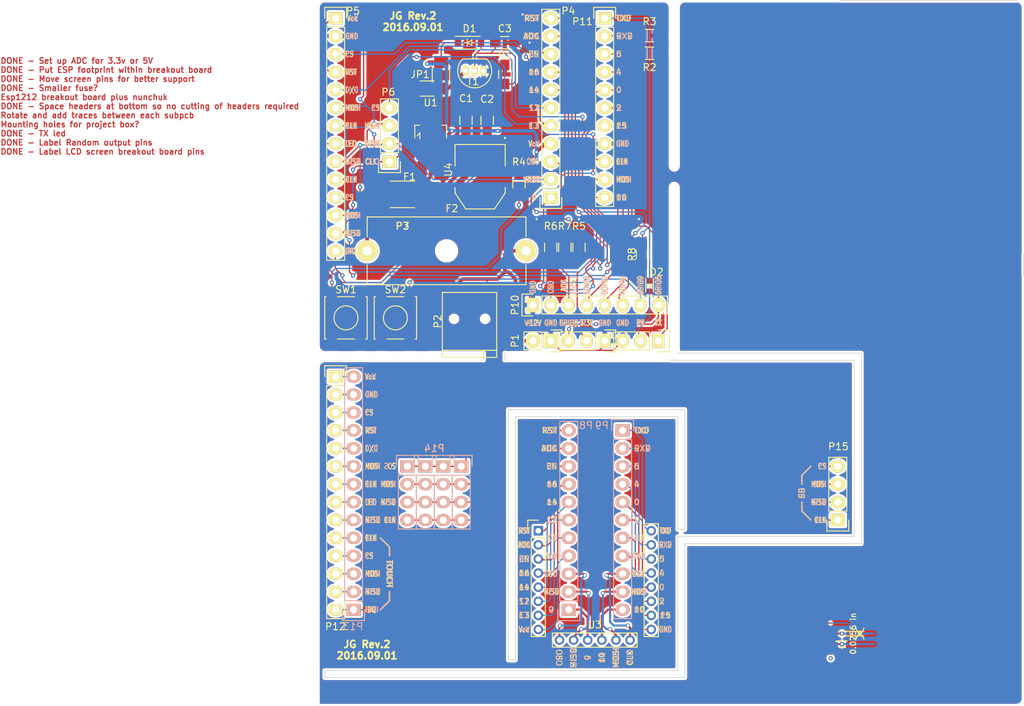
<source format=kicad_pcb>
(kicad_pcb (version 4) (host pcbnew 4.0.2+dfsg1-stable)
  (layers (0 F.Cu signal) (31 B.Cu signal) (34 B.Paste user) (35 F.Paste user) (36 B.SilkS user) (37 F.SilkS user) (38 B.Mask user) (39 F.Mask user) (44 Edge.Cuts user))
  (net 0 "")
  (net 1 GND)
  (net 2 +3V3)
  (net 3 /GPIO5)
  (net 4 /TX)
  (net 5 /RX)
  (net 6 /RXD)
  (net 7 /GPIO0)
  (net 8 /GPIO9)
  (net 9 /GPIO10)
  (net 10 /ADC)
  (net 11 /GPIO16)
  (net 12 /GPIO14)
  (net 13 /GPIO12)
  (net 14 /GPIO13)
  (net 15 /GPIO2)
  (net 16 /GPIO4)
  (net 17 "/LCD_SDI(MOSI)")
  (net 18 /LCD_SCK)
  (net 19 "/LCD_SDO(MISO)")
  (net 20 +12V)
  (net 21 /RST)
  (net 22 "Net-(P8-Pad1)")
  (net 23 "Net-(P8-Pad2)")
  (net 24 "Net-(P8-Pad3)")
  (net 25 "Net-(P8-Pad4)")
  (net 26 "Net-(P8-Pad5)")
  (net 27 "Net-(P8-Pad6)")
  (net 28 "Net-(P8-Pad7)")
  (net 29 "Net-(P8-Pad8)")
  (net 30 "Net-(P8-Pad9)")
  (net 31 "Net-(P8-Pad10)")
  (net 32 "Net-(P8-Pad11)")
  (net 33 "Net-(P9-Pad1)")
  (net 34 "Net-(P9-Pad2)")
  (net 35 "Net-(P9-Pad3)")
  (net 36 "Net-(P9-Pad4)")
  (net 37 "Net-(P9-Pad5)")
  (net 38 "Net-(P9-Pad6)")
  (net 39 "Net-(P9-Pad7)")
  (net 40 "Net-(P9-Pad8)")
  (net 41 "Net-(P9-Pad9)")
  (net 42 "Net-(P9-Pad10)")
  (net 43 "Net-(P9-Pad11)")
  (net 44 /V_IN)
  (net 45 "Net-(C3-Pad1)")
  (net 46 "Net-(F1-Pad2)")
  (net 47 /CSO)
  (net 48 "Net-(P12-Pad1)")
  (net 49 "Net-(P12-Pad2)")
  (net 50 "Net-(P12-Pad3)")
  (net 51 "Net-(P12-Pad4)")
  (net 52 "Net-(P12-Pad5)")
  (net 53 "Net-(P12-Pad6)")
  (net 54 "Net-(P12-Pad7)")
  (net 55 "Net-(P12-Pad8)")
  (net 56 "Net-(P12-Pad9)")
  (net 57 "Net-(P12-Pad10)")
  (net 58 "Net-(P12-Pad11)")
  (net 59 "Net-(P12-Pad12)")
  (net 60 "Net-(P12-Pad13)")
  (net 61 "Net-(P12-Pad14)")
  (net 62 "Net-(P14-Pad1)")
  (net 63 "Net-(P14-Pad2)")
  (net 64 "Net-(P14-Pad3)")
  (net 65 "Net-(P14-Pad4)")
  (net 66 "Net-(JP1-Pad2)")
  (net 67 /ADC_5V)
  (net 68 "Net-(R5-Pad2)")
  (net 69 "Net-(D2-Pad1)")
  (module Connect:USB_Mini-B (layer F.Cu) (at 21.5 46 90)
    (fp_text reference P2 (at 0.5 -4.5 270) (layer F.SilkS))
    (fp_text value USB_B)
    (pad 1 smd rect (at 3.44932 -1.6002 90) (size 2.30124 0.50038) (layers F.Cu F.Paste F.Mask) (net 20 +12V))
    (pad 2 smd rect (at 3.44932 -0.8001 90) (size 2.30124 0.50038) (layers F.Cu F.Paste F.Mask))
    (pad 3 smd rect (at 3.44932 0 90) (size 2.30124 0.50038) (layers F.Cu F.Paste F.Mask))
    (pad 4 smd rect (at 3.44932 0.8001 90) (size 2.30124 0.50038) (layers F.Cu F.Paste F.Mask) (net 1 GND))
    (pad 5 smd rect (at 3.44932 1.6002 90) (size 2.30124 0.50038) (layers F.Cu F.Paste F.Mask) (net 1 GND))
    (pad 6 smd rect (at 3.35026 -4.45008 90) (size 2.49936 1.99898) (layers F.Cu F.Paste F.Mask))
    (pad 6 smd rect (at -2.14884 -4.45008 90) (size 2.49936 1.99898) (layers F.Cu F.Paste F.Mask))
    (pad 6 smd rect (at 3.35026 4.45008 90) (size 2.49936 1.99898) (layers F.Cu F.Paste F.Mask))
    (pad 6 smd rect (at -2.14884 4.45008 90) (size 2.49936 1.99898) (layers F.Cu F.Paste F.Mask))
    (pad "" np_thru_hole circle (at 0.8509 -2.19964 90) (size 0.89916 0.89916) (drill 0.89916) (layers *.Cu *.Mask F.SilkS))
    (pad "" np_thru_hole circle (at 0.8509 2.19964 90) (size 0.89916 0.89916) (drill 0.89916) (layers *.Cu *.Mask F.SilkS))
  )
  (module Pin_Headers:Pin_Header_Straight_1x11 (layer B.Cu) (at 35.56 86.36)
    (fp_text reference P8 (at 2.44 -26.11) (layer B.SilkS) (effects (justify mirror)))
    (fp_text value CONN_01X11)
    (pad 1 thru_hole rect (at 0 0) (size 2.032 1.7272) (drill 1.016) (layers *.Cu *.Mask B.SilkS) (net 22 "Net-(P8-Pad1)"))
    (pad 2 thru_hole oval (at 0 -2.54) (size 2.032 1.7272) (drill 1.016) (layers *.Cu *.Mask B.SilkS) (net 23 "Net-(P8-Pad2)"))
    (pad 3 thru_hole oval (at 0 -5.08) (size 2.032 1.7272) (drill 1.016) (layers *.Cu *.Mask B.SilkS) (net 24 "Net-(P8-Pad3)"))
    (pad 4 thru_hole oval (at 0 -7.62) (size 2.032 1.7272) (drill 1.016) (layers *.Cu *.Mask B.SilkS) (net 25 "Net-(P8-Pad4)"))
    (pad 5 thru_hole oval (at 0 -10.16) (size 2.032 1.7272) (drill 1.016) (layers *.Cu *.Mask B.SilkS) (net 26 "Net-(P8-Pad5)"))
    (pad 6 thru_hole oval (at 0 -12.7) (size 2.032 1.7272) (drill 1.016) (layers *.Cu *.Mask B.SilkS) (net 27 "Net-(P8-Pad6)"))
    (pad 7 thru_hole oval (at 0 -15.24) (size 2.032 1.7272) (drill 1.016) (layers *.Cu *.Mask B.SilkS) (net 28 "Net-(P8-Pad7)"))
    (pad 8 thru_hole oval (at 0 -17.78) (size 2.032 1.7272) (drill 1.016) (layers *.Cu *.Mask B.SilkS) (net 29 "Net-(P8-Pad8)"))
    (pad 9 thru_hole oval (at 0 -20.32) (size 2.032 1.7272) (drill 1.016) (layers *.Cu *.Mask B.SilkS) (net 30 "Net-(P8-Pad9)"))
    (pad 10 thru_hole oval (at 0 -22.86) (size 2.032 1.7272) (drill 1.016) (layers *.Cu *.Mask B.SilkS) (net 31 "Net-(P8-Pad10)"))
    (pad 11 thru_hole oval (at 0 -25.4) (size 2.032 1.7272) (drill 1.016) (layers *.Cu *.Mask B.SilkS) (net 32 "Net-(P8-Pad11)"))
  )
  (module Pin_Headers:Pin_Header_Straight_1x04 (layer B.Cu) (at 20.32 66.04 180)
    (fp_text reference P14 (at 3.81 2.54 360) (layer B.SilkS) (effects (justify mirror)))
    (fp_text value CONN_01X04)
    (pad 1 thru_hole rect (at 0 0 180) (size 2.032 1.7272) (drill 1.016) (layers *.Cu *.Mask B.SilkS) (net 20 +12V))
    (pad 2 thru_hole oval (at 0 -2.54 180) (size 2.032 1.7272) (drill 1.016) (layers *.Cu *.Mask B.SilkS) (net 63 "Net-(P14-Pad2)"))
    (pad 3 thru_hole oval (at 0 -5.08 180) (size 2.032 1.7272) (drill 1.016) (layers *.Cu *.Mask B.SilkS) (net 64 "Net-(P14-Pad3)"))
    (pad 4 thru_hole oval (at 0 -7.62 180) (size 2.032 1.7272) (drill 1.016) (layers *.Cu *.Mask B.SilkS) (net 65 "Net-(P14-Pad4)"))
  )
  (module Pin_Headers:Pin_Header_Straight_1x04 (layer B.Cu) (at 17.78 66.04 180)
    (fp_text reference P14 (at 1.27 2.54 360) (layer B.SilkS) (effects (justify mirror)))
    (fp_text value CONN_01X04)
    (pad 1 thru_hole rect (at 0 0 180) (size 2.032 1.7272) (drill 1.016) (layers *.Cu *.Mask B.SilkS) (net 62 "Net-(P14-Pad1)"))
    (pad 2 thru_hole oval (at 0 -2.54 180) (size 2.032 1.7272) (drill 1.016) (layers *.Cu *.Mask B.SilkS) (net 63 "Net-(P14-Pad2)"))
    (pad 3 thru_hole oval (at 0 -5.08 180) (size 2.032 1.7272) (drill 1.016) (layers *.Cu *.Mask B.SilkS) (net 64 "Net-(P14-Pad3)"))
    (pad 4 thru_hole oval (at 0 -7.62 180) (size 2.032 1.7272) (drill 1.016) (layers *.Cu *.Mask B.SilkS) (net 65 "Net-(P14-Pad4)"))
  )
  (module Pin_Headers:Pin_Header_Straight_1x04 (layer B.Cu) (at 15.24 66.04 180)
    (fp_text reference P14 (at -1.27 2.54 360) (layer B.SilkS) (effects (justify mirror)))
    (fp_text value CONN_01X04)
    (pad 1 thru_hole rect (at 0 0 180) (size 2.032 1.7272) (drill 1.016) (layers *.Cu *.Mask B.SilkS) (net 62 "Net-(P14-Pad1)"))
    (pad 2 thru_hole oval (at 0 -2.54 180) (size 2.032 1.7272) (drill 1.016) (layers *.Cu *.Mask B.SilkS) (net 63 "Net-(P14-Pad2)"))
    (pad 3 thru_hole oval (at 0 -5.08 180) (size 2.032 1.7272) (drill 1.016) (layers *.Cu *.Mask B.SilkS) (net 64 "Net-(P14-Pad3)"))
    (pad 4 thru_hole oval (at 0 -7.62 180) (size 2.032 1.7272) (drill 1.016) (layers *.Cu *.Mask B.SilkS) (net 65 "Net-(P14-Pad4)"))
  )
  (module Socket_Strips:Socket_Strip_Straight_1x03 (layer F.Cu) (at 48.26 48.26 180)
    (fp_text reference P7 (at 36.26 16.26 360) (layer F.SilkS))
    (fp_text value CONN_01X03)
    (pad 1 thru_hole rect (at 0 0 180) (size 1.7272 2.032) (drill 1.016) (layers *.Cu *.Mask F.SilkS) (net 4 /TX))
    (pad 2 thru_hole oval (at 2.54 0 180) (size 1.7272 2.032) (drill 1.016) (layers *.Cu *.Mask F.SilkS) (net 5 /RX))
    (pad 3 thru_hole oval (at 5.08 0 180) (size 1.7272 2.032) (drill 1.016) (layers *.Cu *.Mask F.SilkS) (net 1 GND))
  )
  (module ESP8266:Esp8266_PinsOnly (layer F.Cu) (at 31.242 75.174)
    (fp_text reference U3 (at 8.008 13.326) (layer F.SilkS))
    (fp_text value ESP-12E)
    (pad 14 thru_hole circle (at 13 15.5 90) (size 1.35 1.35) (drill 0.8) (layers *.Cu *.Mask) (net 41 "Net-(P9-Pad9)"))
    (pad 9 thru_hole circle (at 3 15.5 90) (size 1.35 1.35) (drill 0.8) (layers *.Cu *.Mask) (net 24 "Net-(P8-Pad3)"))
    (pad 10 thru_hole circle (at 5 15.5 90) (size 1.35 1.35) (drill 0.8) (layers *.Cu *.Mask) (net 23 "Net-(P8-Pad2)"))
    (pad 11 thru_hole circle (at 7 15.5 90) (size 1.35 1.35) (drill 0.8) (layers *.Cu *.Mask) (net 22 "Net-(P8-Pad1)"))
    (pad 12 thru_hole circle (at 9 15.5 90) (size 1.35 1.35) (drill 0.8) (layers *.Cu *.Mask) (net 43 "Net-(P9-Pad11)"))
    (pad 13 thru_hole circle (at 11 15.5 90) (size 1.35 1.35) (drill 0.8) (layers *.Cu *.Mask) (net 42 "Net-(P9-Pad10)"))
    (pad 15 thru_hole circle (at 16 14) (size 1.35 1.35) (drill 0.8) (layers *.Cu *.Mask) (net 40 "Net-(P9-Pad8)"))
    (pad 16 thru_hole circle (at 16 12) (size 1.35 1.35) (drill 0.8) (layers *.Cu *.Mask) (net 39 "Net-(P9-Pad7)"))
    (pad 17 thru_hole circle (at 16 10) (size 1.35 1.35) (drill 0.8) (layers *.Cu *.Mask) (net 38 "Net-(P9-Pad6)"))
    (pad 18 thru_hole circle (at 16 8) (size 1.35 1.35) (drill 0.8) (layers *.Cu *.Mask) (net 37 "Net-(P9-Pad5)"))
    (pad 19 thru_hole circle (at 16 6) (size 1.35 1.35) (drill 0.8) (layers *.Cu *.Mask) (net 36 "Net-(P9-Pad4)"))
    (pad 20 thru_hole circle (at 16 4) (size 1.35 1.35) (drill 0.8) (layers *.Cu *.Mask) (net 35 "Net-(P9-Pad3)"))
    (pad 21 thru_hole circle (at 16 2) (size 1.35 1.35) (drill 0.8) (layers *.Cu *.Mask) (net 34 "Net-(P9-Pad2)"))
    (pad 22 thru_hole circle (at 16 0) (size 1.35 1.35) (drill 0.8) (layers *.Cu *.Mask) (net 33 "Net-(P9-Pad1)"))
    (pad 1 thru_hole rect (at 0 0) (size 1.35 1.35) (drill 0.8) (layers *.Cu *.Mask) (net 32 "Net-(P8-Pad11)"))
    (pad 2 thru_hole circle (at 0 2) (size 1.35 1.35) (drill 0.8) (layers *.Cu *.Mask) (net 31 "Net-(P8-Pad10)"))
    (pad 3 thru_hole circle (at 0 4) (size 1.35 1.35) (drill 0.8) (layers *.Cu *.Mask) (net 30 "Net-(P8-Pad9)"))
    (pad 4 thru_hole circle (at 0 6) (size 1.35 1.35) (drill 0.8) (layers *.Cu *.Mask) (net 29 "Net-(P8-Pad8)"))
    (pad 5 thru_hole circle (at 0 8) (size 1.35 1.35) (drill 0.8) (layers *.Cu *.Mask) (net 28 "Net-(P8-Pad7)"))
    (pad 6 thru_hole circle (at 0 10) (size 1.35 1.35) (drill 0.8) (layers *.Cu *.Mask) (net 27 "Net-(P8-Pad6)"))
    (pad 7 thru_hole circle (at 0 12) (size 1.35 1.35) (drill 0.8) (layers *.Cu *.Mask) (net 26 "Net-(P8-Pad5)"))
    (pad 8 thru_hole circle (at 0 14) (size 1.35 1.35) (drill 0.8) (layers *.Cu *.Mask) (net 25 "Net-(P8-Pad4)"))
  )
  (module Resistors_SMD:R_0805_HandSoldering (layer F.Cu) (at 21 17 90)
    (fp_text reference C1 (at 3.1 0 180) (layer F.SilkS))
    (fp_text value 10uF)
    (pad 1 smd rect (at -1.35 0 90) (size 1.5 1.3) (layers F.Cu F.Paste F.Mask) (net 44 /V_IN))
    (pad 2 smd rect (at 1.35 0 90) (size 1.5 1.3) (layers F.Cu F.Paste F.Mask) (net 1 GND))
  )
  (module Resistors_SMD:R_1812_HandSoldering (layer F.Cu) (at 12 27.5 180)
    (fp_text reference F1 (at -1 2.5 180) (layer F.SilkS))
    (fp_text value FUSE)
    (pad 1 smd rect (at -3.4036 0 180) (size 3.5 3.5) (layers F.Cu F.Paste F.Mask) (net 44 /V_IN))
    (pad 2 smd rect (at 3.4036 0 180) (size 3.5 3.5) (layers F.Cu F.Paste F.Mask) (net 46 "Net-(F1-Pad2)"))
  )
  (module Resistors_SMD:R_0805_HandSoldering (layer F.Cu) (at 47 5 180)
    (fp_text reference R3 (at 0 2 180) (layer F.SilkS))
    (fp_text value 20k)
    (pad 1 smd rect (at -1.35 0 180) (size 1.5 1.3) (layers F.Cu F.Paste F.Mask) (net 1 GND))
    (pad 2 smd rect (at 1.35 0 180) (size 1.5 1.3) (layers F.Cu F.Paste F.Mask) (net 6 /RXD))
  )
  (module Resistors_SMD:R_0805_HandSoldering (layer F.Cu) (at 28.5 26 90)
    (fp_text reference R4 (at 3.1 0 180) (layer F.SilkS))
    (fp_text value 10k)
    (pad 1 smd rect (at -1.35 0 90) (size 1.5 1.3) (layers F.Cu F.Paste F.Mask) (net 7 /GPIO0))
    (pad 2 smd rect (at 1.35 0 90) (size 1.5 1.3) (layers F.Cu F.Paste F.Mask) (net 2 +3V3))
  )
  (module Resistors_SMD:R_0805_HandSoldering (layer F.Cu) (at 24 17 90)
    (fp_text reference C2 (at 3 0 180) (layer F.SilkS))
    (fp_text value 10uF)
    (pad 1 smd rect (at -1.35 0 90) (size 1.5 1.3) (layers F.Cu F.Paste F.Mask) (net 2 +3V3))
    (pad 2 smd rect (at 1.35 0 90) (size 1.5 1.3) (layers F.Cu F.Paste F.Mask) (net 1 GND))
  )
  (module Resistors_SMD:R_0805_HandSoldering (layer F.Cu) (at 47 7.5 180)
    (fp_text reference R2 (at 0 -2 180) (layer F.SilkS))
    (fp_text value 10k)
    (pad 1 smd rect (at -1.35 0 180) (size 1.5 1.3) (layers F.Cu F.Paste F.Mask) (net 4 /TX))
    (pad 2 smd rect (at 1.35 0 180) (size 1.5 1.3) (layers F.Cu F.Paste F.Mask) (net 6 /RXD))
  )
  (module TO_SOT_Packages_SMD:SOT89-3_Housing_Handsoldering (layer F.Cu) (at 16 19)
    (fp_text reference U1 (at 0 -4.5) (layer F.SilkS))
    (fp_text value HT7333-SOT-89)
    (pad 1 smd rect (at -1.50114 2.35204) (size 1.00076 2.5019) (layers F.Cu F.Paste F.Mask) (net 1 GND))
    (pad 2 smd rect (at 0 2.35204) (size 1.00076 2.5019) (layers F.Cu F.Paste F.Mask) (net 44 /V_IN))
    (pad 3 smd rect (at 1.50114 2.35204) (size 1.00076 2.5019) (layers F.Cu F.Paste F.Mask) (net 2 +3V3))
    (pad 2 smd rect (at 0 -1.6002) (size 1.99898 4.0005) (layers F.Cu F.Paste F.Mask) (net 44 /V_IN))
    (pad 2 smd trapezoid (at 0 0.7493 180) (size 1.50114 0.7493) (rect_delta 0 0.50038) (layers F.Cu F.Paste F.Mask) (net 44 /V_IN))
  )
  (module Buttons_Switches_SMD:SW_SPST_EVPBF (layer F.Cu) (at 11 45 90)
    (fp_text reference SW1 (at 4 -7 180) (layer F.SilkS))
    (fp_text value SW_PUSH)
    (pad 1 smd rect (at 2.875 -2 90) (size 2.75 1) (layers F.Cu F.Paste F.Mask) (net 1 GND))
    (pad 1 smd rect (at -2.875 -2 90) (size 2.75 1) (layers F.Cu F.Paste F.Mask) (net 1 GND))
    (pad 2 smd rect (at -2.875 2 90) (size 2.75 1) (layers F.Cu F.Paste F.Mask) (net 21 /RST))
    (pad 2 smd rect (at 2.875 2 90) (size 2.75 1) (layers F.Cu F.Paste F.Mask) (net 21 /RST))
  )
  (module Buttons_Switches_SMD:SW_SPST_EVPBF (layer F.Cu) (at 4 45 270)
    (fp_text reference SW2 (at -4 -7 360) (layer F.SilkS))
    (fp_text value SW_PUSH)
    (pad 1 smd rect (at 2.875 -2 270) (size 2.75 1) (layers F.Cu F.Paste F.Mask) (net 1 GND))
    (pad 1 smd rect (at -2.875 -2 270) (size 2.75 1) (layers F.Cu F.Paste F.Mask) (net 1 GND))
    (pad 2 smd rect (at -2.875 2 270) (size 2.75 1) (layers F.Cu F.Paste F.Mask) (net 7 /GPIO0))
    (pad 2 smd rect (at 2.875 2 270) (size 2.75 1) (layers F.Cu F.Paste F.Mask) (net 7 /GPIO0))
  )
  (module Pin_Headers:Pin_Header_Straight_1x11 (layer B.Cu) (at 43.18 60.96 180)
    (fp_text reference P9 (at 2.93 0.71 180) (layer B.SilkS) (effects (justify mirror)))
    (fp_text value CONN_01X11)
    (pad 1 thru_hole rect (at 0 0 180) (size 2.032 1.7272) (drill 1.016) (layers *.Cu *.Mask B.SilkS) (net 33 "Net-(P9-Pad1)"))
    (pad 2 thru_hole oval (at 0 -2.54 180) (size 2.032 1.7272) (drill 1.016) (layers *.Cu *.Mask B.SilkS) (net 34 "Net-(P9-Pad2)"))
    (pad 3 thru_hole oval (at 0 -5.08 180) (size 2.032 1.7272) (drill 1.016) (layers *.Cu *.Mask B.SilkS) (net 35 "Net-(P9-Pad3)"))
    (pad 4 thru_hole oval (at 0 -7.62 180) (size 2.032 1.7272) (drill 1.016) (layers *.Cu *.Mask B.SilkS) (net 36 "Net-(P9-Pad4)"))
    (pad 5 thru_hole oval (at 0 -10.16 180) (size 2.032 1.7272) (drill 1.016) (layers *.Cu *.Mask B.SilkS) (net 37 "Net-(P9-Pad5)"))
    (pad 6 thru_hole oval (at 0 -12.7 180) (size 2.032 1.7272) (drill 1.016) (layers *.Cu *.Mask B.SilkS) (net 38 "Net-(P9-Pad6)"))
    (pad 7 thru_hole oval (at 0 -15.24 180) (size 2.032 1.7272) (drill 1.016) (layers *.Cu *.Mask B.SilkS) (net 39 "Net-(P9-Pad7)"))
    (pad 8 thru_hole oval (at 0 -17.78 180) (size 2.032 1.7272) (drill 1.016) (layers *.Cu *.Mask B.SilkS) (net 40 "Net-(P9-Pad8)"))
    (pad 9 thru_hole oval (at 0 -20.32 180) (size 2.032 1.7272) (drill 1.016) (layers *.Cu *.Mask B.SilkS) (net 41 "Net-(P9-Pad9)"))
    (pad 10 thru_hole oval (at 0 -22.86 180) (size 2.032 1.7272) (drill 1.016) (layers *.Cu *.Mask B.SilkS) (net 42 "Net-(P9-Pad10)"))
    (pad 11 thru_hole oval (at 0 -25.4 180) (size 2.032 1.7272) (drill 1.016) (layers *.Cu *.Mask B.SilkS) (net 43 "Net-(P9-Pad11)"))
  )
  (module Socket_Strips:Socket_Strip_Straight_1x14 (layer F.Cu) (at 2.54 2.54 270)
    (fp_text reference P5 (at -1.04 -2.46 360) (layer F.SilkS))
    (fp_text value CONN_01X14)
    (pad 1 thru_hole rect (at 0 0 270) (size 1.7272 2.032) (drill 1.016) (layers *.Cu *.Mask F.SilkS) (net 2 +3V3))
    (pad 2 thru_hole oval (at 2.54 0 270) (size 1.7272 2.032) (drill 1.016) (layers *.Cu *.Mask F.SilkS) (net 1 GND))
    (pad 3 thru_hole oval (at 5.08 0 270) (size 1.7272 2.032) (drill 1.016) (layers *.Cu *.Mask F.SilkS) (net 14 /GPIO13))
    (pad 4 thru_hole oval (at 7.62 0 270) (size 1.7272 2.032) (drill 1.016) (layers *.Cu *.Mask F.SilkS) (net 2 +3V3))
    (pad 5 thru_hole oval (at 10.16 0 270) (size 1.7272 2.032) (drill 1.016) (layers *.Cu *.Mask F.SilkS) (net 13 /GPIO12))
    (pad 6 thru_hole oval (at 12.7 0 270) (size 1.7272 2.032) (drill 1.016) (layers *.Cu *.Mask F.SilkS) (net 17 "/LCD_SDI(MOSI)"))
    (pad 7 thru_hole oval (at 15.24 0 270) (size 1.7272 2.032) (drill 1.016) (layers *.Cu *.Mask F.SilkS) (net 18 /LCD_SCK))
    (pad 8 thru_hole oval (at 17.78 0 270) (size 1.7272 2.032) (drill 1.016) (layers *.Cu *.Mask F.SilkS) (net 2 +3V3))
    (pad 9 thru_hole oval (at 20.32 0 270) (size 1.7272 2.032) (drill 1.016) (layers *.Cu *.Mask F.SilkS) (net 19 "/LCD_SDO(MISO)"))
    (pad 10 thru_hole oval (at 22.86 0 270) (size 1.7272 2.032) (drill 1.016) (layers *.Cu *.Mask F.SilkS) (net 18 /LCD_SCK))
    (pad 11 thru_hole oval (at 25.4 0 270) (size 1.7272 2.032) (drill 1.016) (layers *.Cu *.Mask F.SilkS) (net 11 /GPIO16))
    (pad 12 thru_hole oval (at 27.94 0 270) (size 1.7272 2.032) (drill 1.016) (layers *.Cu *.Mask F.SilkS) (net 17 "/LCD_SDI(MOSI)"))
    (pad 13 thru_hole oval (at 30.48 0 270) (size 1.7272 2.032) (drill 1.016) (layers *.Cu *.Mask F.SilkS) (net 19 "/LCD_SDO(MISO)"))
    (pad 14 thru_hole oval (at 33.02 0 270) (size 1.7272 2.032) (drill 1.016) (layers *.Cu *.Mask F.SilkS) (net 12 /GPIO14))
  )
  (module Socket_Strips:Socket_Strip_Straight_1x04 (layer F.Cu) (at 10.16 22.86 90)
    (fp_text reference P6 (at 9.86 -0.16 180) (layer F.SilkS))
    (fp_text value CONN_01X04)
    (pad 1 thru_hole rect (at 0 0 90) (size 1.7272 2.032) (drill 1.016) (layers *.Cu *.Mask F.SilkS) (net 18 /LCD_SCK))
    (pad 2 thru_hole oval (at 2.54 0 90) (size 1.7272 2.032) (drill 1.016) (layers *.Cu *.Mask F.SilkS) (net 19 "/LCD_SDO(MISO)"))
    (pad 3 thru_hole oval (at 5.08 0 90) (size 1.7272 2.032) (drill 1.016) (layers *.Cu *.Mask F.SilkS) (net 17 "/LCD_SDI(MOSI)"))
    (pad 4 thru_hole oval (at 7.62 0 90) (size 1.7272 2.032) (drill 1.016) (layers *.Cu *.Mask F.SilkS) (net 9 /GPIO10))
  )
  (module Resistors_SMD:R_0805_HandSoldering (layer F.Cu) (at 26.5 6)
    (fp_text reference C3 (at 0 -2 180) (layer F.SilkS))
    (fp_text value 100nF)
    (pad 1 smd rect (at -1.35 0) (size 1.5 1.3) (layers F.Cu F.Paste F.Mask) (net 45 "Net-(C3-Pad1)"))
    (pad 2 smd rect (at 1.35 0) (size 1.5 1.3) (layers F.Cu F.Paste F.Mask) (net 1 GND))
  )
  (module Diodes_SMD:SOD-123 (layer F.Cu) (at 21.5 6)
    (fp_text reference D1 (at 0 -2) (layer F.SilkS))
    (fp_text value ZENER)
    (pad 1 smd rect (at -1.635 0) (size 0.91 1.22) (layers F.Cu F.Paste F.Mask) (net 2 +3V3))
    (pad 2 smd rect (at 1.635 0) (size 0.91 1.22) (layers F.Cu F.Paste F.Mask) (net 45 "Net-(C3-Pad1)"))
  )
  (module Resistors_SMD:R_0805_HandSoldering (layer F.Cu) (at 26.5 10.5 90)
    (fp_text reference R1 (at 2.8 0 360) (layer F.SilkS))
    (fp_text value R)
    (pad 1 smd rect (at -1.35 0 90) (size 1.5 1.3) (layers F.Cu F.Paste F.Mask) (net 45 "Net-(C3-Pad1)"))
    (pad 2 smd rect (at 1.35 0 90) (size 1.5 1.3) (layers F.Cu F.Paste F.Mask) (net 1 GND))
  )
  (module TO_SOT_Packages_SMD:SOT-223 (layer F.Cu) (at 23 25 180)
    (fp_text reference U4 (at 4.5 1 450) (layer F.SilkS))
    (fp_text value LM1117-SOT-223)
    (pad 4 smd rect (at 0 -3.302 180) (size 3.6576 2.032) (layers F.Cu F.Paste F.Mask))
    (pad 2 smd rect (at 0 3.302 180) (size 1.016 2.032) (layers F.Cu F.Paste F.Mask) (net 2 +3V3))
    (pad 3 smd rect (at 2.286 3.302 180) (size 1.016 2.032) (layers F.Cu F.Paste F.Mask) (net 44 /V_IN))
    (pad 1 smd rect (at -2.286 3.302 180) (size 1.016 2.032) (layers F.Cu F.Paste F.Mask) (net 1 GND))
  )
  (module Socket_Strips:Socket_Strip_Straight_1x08 (layer F.Cu) (at 30.48 43.18)
    (fp_text reference P10 (at -2.54 0 90) (layer F.SilkS))
    (fp_text value CONN_01X08)
    (pad 1 thru_hole rect (at 0 0) (size 1.7272 2.032) (drill 1.016) (layers *.Cu *.Mask F.SilkS) (net 1 GND))
    (pad 2 thru_hole oval (at 2.54 0) (size 1.7272 2.032) (drill 1.016) (layers *.Cu *.Mask F.SilkS) (net 47 /CSO))
    (pad 3 thru_hole oval (at 5.08 0) (size 1.7272 2.032) (drill 1.016) (layers *.Cu *.Mask F.SilkS) (net 67 /ADC_5V))
    (pad 4 thru_hole oval (at 7.62 0) (size 1.7272 2.032) (drill 1.016) (layers *.Cu *.Mask F.SilkS) (net 15 /GPIO2))
    (pad 5 thru_hole oval (at 10.16 0) (size 1.7272 2.032) (drill 1.016) (layers *.Cu *.Mask F.SilkS) (net 7 /GPIO0))
    (pad 6 thru_hole oval (at 12.7 0) (size 1.7272 2.032) (drill 1.016) (layers *.Cu *.Mask F.SilkS) (net 16 /GPIO4))
    (pad 7 thru_hole oval (at 15.24 0) (size 1.7272 2.032) (drill 1.016) (layers *.Cu *.Mask F.SilkS) (net 8 /GPIO9))
    (pad 8 thru_hole oval (at 17.78 0) (size 1.7272 2.032) (drill 1.016) (layers *.Cu *.Mask F.SilkS) (net 3 /GPIO5))
  )
  (module Socket_Strips:Socket_Strip_Straight_1x14 (layer F.Cu) (at 2.54 53.34 270)
    (fp_text reference P12 (at 35.41 0.04 360) (layer F.SilkS))
    (fp_text value CONN_01X14)
    (pad 1 thru_hole rect (at 0 0 270) (size 1.7272 2.032) (drill 1.016) (layers *.Cu *.Mask F.SilkS) (net 48 "Net-(P12-Pad1)"))
    (pad 2 thru_hole oval (at 2.54 0 270) (size 1.7272 2.032) (drill 1.016) (layers *.Cu *.Mask F.SilkS) (net 49 "Net-(P12-Pad2)"))
    (pad 3 thru_hole oval (at 5.08 0 270) (size 1.7272 2.032) (drill 1.016) (layers *.Cu *.Mask F.SilkS) (net 50 "Net-(P12-Pad3)"))
    (pad 4 thru_hole oval (at 7.62 0 270) (size 1.7272 2.032) (drill 1.016) (layers *.Cu *.Mask F.SilkS) (net 51 "Net-(P12-Pad4)"))
    (pad 5 thru_hole oval (at 10.16 0 270) (size 1.7272 2.032) (drill 1.016) (layers *.Cu *.Mask F.SilkS) (net 52 "Net-(P12-Pad5)"))
    (pad 6 thru_hole oval (at 12.7 0 270) (size 1.7272 2.032) (drill 1.016) (layers *.Cu *.Mask F.SilkS) (net 53 "Net-(P12-Pad6)"))
    (pad 7 thru_hole oval (at 15.24 0 270) (size 1.7272 2.032) (drill 1.016) (layers *.Cu *.Mask F.SilkS) (net 54 "Net-(P12-Pad7)"))
    (pad 8 thru_hole oval (at 17.78 0 270) (size 1.7272 2.032) (drill 1.016) (layers *.Cu *.Mask F.SilkS) (net 55 "Net-(P12-Pad8)"))
    (pad 9 thru_hole oval (at 20.32 0 270) (size 1.7272 2.032) (drill 1.016) (layers *.Cu *.Mask F.SilkS) (net 56 "Net-(P12-Pad9)"))
    (pad 10 thru_hole oval (at 22.86 0 270) (size 1.7272 2.032) (drill 1.016) (layers *.Cu *.Mask F.SilkS) (net 57 "Net-(P12-Pad10)"))
    (pad 11 thru_hole oval (at 25.4 0 270) (size 1.7272 2.032) (drill 1.016) (layers *.Cu *.Mask F.SilkS) (net 58 "Net-(P12-Pad11)"))
    (pad 12 thru_hole oval (at 27.94 0 270) (size 1.7272 2.032) (drill 1.016) (layers *.Cu *.Mask F.SilkS) (net 59 "Net-(P12-Pad12)"))
    (pad 13 thru_hole oval (at 30.48 0 270) (size 1.7272 2.032) (drill 1.016) (layers *.Cu *.Mask F.SilkS) (net 60 "Net-(P12-Pad13)"))
    (pad 14 thru_hole oval (at 33.02 0 270) (size 1.7272 2.032) (drill 1.016) (layers *.Cu *.Mask F.SilkS) (net 61 "Net-(P12-Pad14)"))
  )
  (module Socket_Strips:Socket_Strip_Straight_1x04 (layer F.Cu) (at 73.66 73.66 90)
    (fp_text reference P15 (at 10.41 0.09 180) (layer F.SilkS))
    (fp_text value CONN_01X04)
    (pad 1 thru_hole rect (at 0 0 90) (size 1.7272 2.032) (drill 1.016) (layers *.Cu *.Mask F.SilkS) (net 65 "Net-(P14-Pad4)"))
    (pad 2 thru_hole oval (at 2.54 0 90) (size 1.7272 2.032) (drill 1.016) (layers *.Cu *.Mask F.SilkS) (net 64 "Net-(P14-Pad3)"))
    (pad 3 thru_hole oval (at 5.08 0 90) (size 1.7272 2.032) (drill 1.016) (layers *.Cu *.Mask F.SilkS) (net 63 "Net-(P14-Pad2)"))
    (pad 4 thru_hole oval (at 7.62 0 90) (size 1.7272 2.032) (drill 1.016) (layers *.Cu *.Mask F.SilkS) (net 20 +12V))
  )
  (module Pin_Headers:Pin_Header_Straight_1x14 (layer B.Cu) (at 5.08 86.36)
    (fp_text reference P13 (at -0.08 2.39) (layer B.SilkS) (effects (justify mirror)))
    (fp_text value CONN_01X14)
    (pad 1 thru_hole rect (at 0 0) (size 2.032 1.7272) (drill 1.016) (layers *.Cu *.Mask B.SilkS) (net 61 "Net-(P12-Pad14)"))
    (pad 2 thru_hole oval (at 0 -2.54) (size 2.032 1.7272) (drill 1.016) (layers *.Cu *.Mask B.SilkS) (net 60 "Net-(P12-Pad13)"))
    (pad 3 thru_hole oval (at 0 -5.08) (size 2.032 1.7272) (drill 1.016) (layers *.Cu *.Mask B.SilkS) (net 59 "Net-(P12-Pad12)"))
    (pad 4 thru_hole oval (at 0 -7.62) (size 2.032 1.7272) (drill 1.016) (layers *.Cu *.Mask B.SilkS) (net 58 "Net-(P12-Pad11)"))
    (pad 5 thru_hole oval (at 0 -10.16) (size 2.032 1.7272) (drill 1.016) (layers *.Cu *.Mask B.SilkS) (net 57 "Net-(P12-Pad10)"))
    (pad 6 thru_hole oval (at 0 -12.7) (size 2.032 1.7272) (drill 1.016) (layers *.Cu *.Mask B.SilkS) (net 56 "Net-(P12-Pad9)"))
    (pad 7 thru_hole oval (at 0 -15.24) (size 2.032 1.7272) (drill 1.016) (layers *.Cu *.Mask B.SilkS) (net 55 "Net-(P12-Pad8)"))
    (pad 8 thru_hole oval (at 0 -17.78) (size 2.032 1.7272) (drill 1.016) (layers *.Cu *.Mask B.SilkS) (net 54 "Net-(P12-Pad7)"))
    (pad 9 thru_hole oval (at 0 -20.32) (size 2.032 1.7272) (drill 1.016) (layers *.Cu *.Mask B.SilkS) (net 53 "Net-(P12-Pad6)"))
    (pad 10 thru_hole oval (at 0 -22.86) (size 2.032 1.7272) (drill 1.016) (layers *.Cu *.Mask B.SilkS) (net 52 "Net-(P12-Pad5)"))
    (pad 11 thru_hole oval (at 0 -25.4) (size 2.032 1.7272) (drill 1.016) (layers *.Cu *.Mask B.SilkS) (net 51 "Net-(P12-Pad4)"))
    (pad 12 thru_hole oval (at 0 -27.94) (size 2.032 1.7272) (drill 1.016) (layers *.Cu *.Mask B.SilkS) (net 50 "Net-(P12-Pad3)"))
    (pad 13 thru_hole oval (at 0 -30.48) (size 2.032 1.7272) (drill 1.016) (layers *.Cu *.Mask B.SilkS) (net 49 "Net-(P12-Pad2)"))
    (pad 14 thru_hole oval (at 0 -33.02) (size 2.032 1.7272) (drill 1.016) (layers *.Cu *.Mask B.SilkS) (net 48 "Net-(P12-Pad1)"))
  )
  (module Fuse_Holders_and_Fuses:Fuseholder5x20_horiz_open_Schurter_0031_8201 (layer F.Cu) (at 7 35.5)
    (fp_text reference F2 (at 12 -6) (layer F.SilkS))
    (fp_text value FUSE)
    (pad 1 thru_hole circle (at 0 0) (size 3 3) (drill 1.3) (layers *.Cu *.Mask F.SilkS) (net 46 "Net-(F1-Pad2)"))
    (pad 2 thru_hole circle (at 22.5 0) (size 3 3) (drill 1.3) (layers *.Cu *.Mask F.SilkS) (net 20 +12V))
    (pad "" np_thru_hole circle (at 11.25 0) (size 2.7 2.7) (drill 2.7) (layers *.Cu *.Mask))
  )
  (module TO_SOT_Packages_THT:TO-92_Inline_Narrow_Oval (layer F.Cu) (at 23.5 10 180)
    (fp_text reference T1 (at 1.5 -1.5 360) (layer F.SilkS))
    (fp_text value MCR100)
    (pad 2 thru_hole oval (at 1.27 0) (size 0.89916 1.50114) (drill 0.6) (layers *.Cu *.Mask F.SilkS) (net 45 "Net-(C3-Pad1)"))
    (pad 3 thru_hole oval (at 2.54 0) (size 0.89916 1.50114) (drill 0.6) (layers *.Cu *.Mask F.SilkS) (net 66 "Net-(JP1-Pad2)"))
    (pad 1 thru_hole oval (at 0 0) (size 0.89916 1.50114) (drill 0.6) (layers *.Cu *.Mask F.SilkS) (net 1 GND))
  )
  (module Custom:R_1206_Junction (layer F.Cu) (at 15.5 12.5)
    (fp_text reference JP1 (at -1 -2) (layer F.SilkS))
    (fp_text value JUMPER3)
    (pad 3 smd rect (at 2 -3.75) (size 2 1.7) (layers F.Cu F.Paste F.Mask) (net 2 +3V3))
    (pad 1 smd rect (at -2 0) (size 2 1.7) (layers F.Cu F.Paste F.Mask) (net 44 /V_IN))
    (pad 2 smd rect (at 2 0) (size 2 1.7) (layers F.Cu F.Paste F.Mask) (net 66 "Net-(JP1-Pad2)"))
  )
  (module Socket_Strips:Socket_Strip_Straight_1x02 (layer F.Cu) (at 33.02 48.26 180)
    (fp_text reference P1 (at 5.08 0 270) (layer F.SilkS))
    (fp_text value CONN_01X02)
    (pad 1 thru_hole rect (at 0 0 180) (size 2.032 2.032) (drill 1.016) (layers *.Cu *.Mask F.SilkS) (net 1 GND))
    (pad 2 thru_hole oval (at 2.54 0 180) (size 2.032 2.032) (drill 1.016) (layers *.Cu *.Mask F.SilkS) (net 20 +12V))
  )
  (module Socket_Strips:Socket_Strip_Straight_1x03 (layer F.Cu) (at 40.64 48.26 180)
    (fp_text reference P3 (at 28.64 16.26 180) (layer F.SilkS))
    (fp_text value CONN_01X03)
    (pad 1 thru_hole rect (at 0 0 180) (size 1.7272 2.032) (drill 1.016) (layers *.Cu *.Mask F.SilkS) (net 1 GND))
    (pad 2 thru_hole oval (at 2.54 0 180) (size 1.7272 2.032) (drill 1.016) (layers *.Cu *.Mask F.SilkS) (net 2 +3V3))
    (pad 3 thru_hole oval (at 5.08 0 180) (size 1.7272 2.032) (drill 1.016) (layers *.Cu *.Mask F.SilkS) (net 3 /GPIO5))
  )
  (module Socket_Strips:Socket_Strip_Straight_1x11 (layer F.Cu) (at 33.02 27.94 90)
    (fp_text reference P4 (at 26.44 2.48 180) (layer F.SilkS))
    (fp_text value CONN_01X11)
    (pad 1 thru_hole rect (at 0 0 90) (size 1.7272 2.032) (drill 1.016) (layers *.Cu *.Mask F.SilkS) (net 8 /GPIO9))
    (pad 2 thru_hole oval (at 2.54 0 90) (size 1.7272 2.032) (drill 1.016) (layers *.Cu *.Mask F.SilkS) (net 19 "/LCD_SDO(MISO)"))
    (pad 3 thru_hole oval (at 5.08 0 90) (size 1.7272 2.032) (drill 1.016) (layers *.Cu *.Mask F.SilkS) (net 47 /CSO))
    (pad 4 thru_hole oval (at 7.62 0 90) (size 1.7272 2.032) (drill 1.016) (layers *.Cu *.Mask F.SilkS) (net 2 +3V3))
    (pad 5 thru_hole oval (at 10.16 0 90) (size 1.7272 2.032) (drill 1.016) (layers *.Cu *.Mask F.SilkS) (net 14 /GPIO13))
    (pad 6 thru_hole oval (at 12.7 0 90) (size 1.7272 2.032) (drill 1.016) (layers *.Cu *.Mask F.SilkS) (net 13 /GPIO12))
    (pad 7 thru_hole oval (at 15.24 0 90) (size 1.7272 2.032) (drill 1.016) (layers *.Cu *.Mask F.SilkS) (net 12 /GPIO14))
    (pad 8 thru_hole oval (at 17.78 0 90) (size 1.7272 2.032) (drill 1.016) (layers *.Cu *.Mask F.SilkS) (net 11 /GPIO16))
    (pad 9 thru_hole oval (at 20.32 0 90) (size 1.7272 2.032) (drill 1.016) (layers *.Cu *.Mask F.SilkS) (net 2 +3V3))
    (pad 10 thru_hole oval (at 22.86 0 90) (size 1.7272 2.032) (drill 1.016) (layers *.Cu *.Mask F.SilkS) (net 10 /ADC))
    (pad 11 thru_hole oval (at 25.4 0 90) (size 1.7272 2.032) (drill 1.016) (layers *.Cu *.Mask F.SilkS) (net 21 /RST))
  )
  (module Socket_Strips:Socket_Strip_Straight_1x11 (layer F.Cu) (at 40.64 2.54 270)
    (fp_text reference P11 (at 0.46 3.14 360) (layer F.SilkS))
    (fp_text value CONN_01X11)
    (pad 1 thru_hole rect (at 0 0 270) (size 1.7272 2.032) (drill 1.016) (layers *.Cu *.Mask F.SilkS) (net 5 /RX))
    (pad 2 thru_hole oval (at 2.54 0 270) (size 1.7272 2.032) (drill 1.016) (layers *.Cu *.Mask F.SilkS) (net 6 /RXD))
    (pad 3 thru_hole oval (at 5.08 0 270) (size 1.7272 2.032) (drill 1.016) (layers *.Cu *.Mask F.SilkS) (net 3 /GPIO5))
    (pad 4 thru_hole oval (at 7.62 0 270) (size 1.7272 2.032) (drill 1.016) (layers *.Cu *.Mask F.SilkS) (net 16 /GPIO4))
    (pad 5 thru_hole oval (at 10.16 0 270) (size 1.7272 2.032) (drill 1.016) (layers *.Cu *.Mask F.SilkS) (net 7 /GPIO0))
    (pad 6 thru_hole oval (at 12.7 0 270) (size 1.7272 2.032) (drill 1.016) (layers *.Cu *.Mask F.SilkS) (net 15 /GPIO2))
    (pad 7 thru_hole oval (at 15.24 0 270) (size 1.7272 2.032) (drill 1.016) (layers *.Cu *.Mask F.SilkS))
    (pad 8 thru_hole oval (at 17.78 0 270) (size 1.7272 2.032) (drill 1.016) (layers *.Cu *.Mask F.SilkS) (net 1 GND))
    (pad 9 thru_hole oval (at 20.32 0 270) (size 1.7272 2.032) (drill 1.016) (layers *.Cu *.Mask F.SilkS) (net 18 /LCD_SCK))
    (pad 10 thru_hole oval (at 22.86 0 270) (size 1.7272 2.032) (drill 1.016) (layers *.Cu *.Mask F.SilkS) (net 17 "/LCD_SDI(MOSI)"))
    (pad 11 thru_hole oval (at 25.4 0 270) (size 1.7272 2.032) (drill 1.016) (layers *.Cu *.Mask F.SilkS) (net 9 /GPIO10))
  )
  (module Pin_Headers:Pin_Header_Straight_1x04 (layer B.Cu) (at 12.7 66.04 180)
    (fp_text reference P14 (at -3.81 2.54 360) (layer B.SilkS) (effects (justify mirror)))
    (fp_text value CONN_01X04)
    (pad 1 thru_hole rect (at 0 0 180) (size 2.032 1.7272) (drill 1.016) (layers *.Cu *.Mask B.SilkS) (net 62 "Net-(P14-Pad1)"))
    (pad 2 thru_hole oval (at 0 -2.54 180) (size 2.032 1.7272) (drill 1.016) (layers *.Cu *.Mask B.SilkS) (net 63 "Net-(P14-Pad2)"))
    (pad 3 thru_hole oval (at 0 -5.08 180) (size 2.032 1.7272) (drill 1.016) (layers *.Cu *.Mask B.SilkS) (net 64 "Net-(P14-Pad3)"))
    (pad 4 thru_hole oval (at 0 -7.62 180) (size 2.032 1.7272) (drill 1.016) (layers *.Cu *.Mask B.SilkS) (net 65 "Net-(P14-Pad4)"))
  )
  (module Resistors_SMD:R_0805_HandSoldering (layer F.Cu) (at 37 35 270)
    (fp_text reference R5 (at -3 0 360) (layer F.SilkS))
    (fp_text value 2.2k)
    (pad 1 smd rect (at -1.35 0 270) (size 1.5 1.3) (layers F.Cu F.Paste F.Mask) (net 1 GND))
    (pad 2 smd rect (at 1.35 0 270) (size 1.5 1.3) (layers F.Cu F.Paste F.Mask) (net 68 "Net-(R5-Pad2)"))
  )
  (module Resistors_SMD:R_0805_HandSoldering (layer F.Cu) (at 33 35 90)
    (fp_text reference R6 (at 3 0 180) (layer F.SilkS))
    (fp_text value 100k)
    (pad 1 smd rect (at -1.35 0 90) (size 1.5 1.3) (layers F.Cu F.Paste F.Mask) (net 67 /ADC_5V))
    (pad 2 smd rect (at 1.35 0 90) (size 1.5 1.3) (layers F.Cu F.Paste F.Mask) (net 10 /ADC))
  )
  (module Resistors_SMD:R_0805_HandSoldering (layer F.Cu) (at 35 35 90)
    (fp_text reference R7 (at 3 0 180) (layer F.SilkS))
    (fp_text value 22k)
    (pad 1 smd rect (at -1.35 0 90) (size 1.5 1.3) (layers F.Cu F.Paste F.Mask) (net 68 "Net-(R5-Pad2)"))
    (pad 2 smd rect (at 1.35 0 90) (size 1.5 1.3) (layers F.Cu F.Paste F.Mask) (net 10 /ADC))
  )
  (module LEDs:LED_0603 (layer F.Cu) (at 47 40.5 270)
    (fp_text reference D2 (at -2 -1 360) (layer F.SilkS))
    (fp_text value Led_Small)
    (pad 2 smd rect (at 0.7493 0 90) (size 0.79756 0.79756) (layers F.Cu F.Paste F.Mask) (net 2 +3V3))
    (pad 1 smd rect (at -0.7493 0 90) (size 0.79756 0.79756) (layers F.Cu F.Paste F.Mask) (net 69 "Net-(D2-Pad1)"))
  )
  (module Resistors_SMD:R_0805_HandSoldering (layer F.Cu) (at 46 36 90)
    (fp_text reference R8 (at 0 -1.5 90) (layer F.SilkS))
    (fp_text value 10k)
    (pad 1 smd rect (at -1.35 0 90) (size 1.5 1.3) (layers F.Cu F.Paste F.Mask) (net 69 "Net-(D2-Pad1)"))
    (pad 2 smd rect (at 1.35 0 90) (size 1.5 1.3) (layers F.Cu F.Paste F.Mask) (net 5 /RX))
  )
  (gr_line (start 23.5 50) (end 23.5 51) (angle 90) (layer Edge.Cuts) (width 0.1))
  (gr_line (start 26.5 50) (end 26.5 51) (angle 90) (layer Edge.Cuts) (width 0.1))
  (gr_line (start 1 50) (end 23.5 50) (angle 90) (layer Edge.Cuts) (width 0.01))
  (gr_line (start 51 95) (end 1 95) (angle 90) (layer Edge.Cuts) (width 0.1))
  (gr_line (start 52 96) (end 1 96) (angle 90) (layer Edge.Cuts) (width 0.1))
  (gr_line (start 52 77) (end 52 96) (angle 90) (layer Edge.Cuts) (width 0.1))
  (gr_line (start 51 95) (end 51 76) (angle 90) (layer Edge.Cuts) (width 0.1))
  (gr_line (start 77 77) (end 52 77) (angle 90) (layer Edge.Cuts) (width 0.1))
  (gr_line (start 76 76) (end 51 76) (angle 90) (layer Edge.Cuts) (width 0.1))
  (gr_line (start 51 59) (end 28 59) (angle 90) (layer Edge.Cuts) (width 0.1))
  (gr_line (start 51 75) (end 51 59) (angle 90) (layer Edge.Cuts) (width 0.1))
  (gr_line (start 52 75) (end 51 75) (angle 90) (layer Edge.Cuts) (width 0.1))
  (gr_line (start 52 58) (end 52 75) (angle 90) (layer Edge.Cuts) (width 0.1))
  (gr_line (start 27 58) (end 52 58) (angle 90) (layer Edge.Cuts) (width 0.1))
  (gr_arc (start 50.5 23.5) (end 50.5 24) (angle 90) (layer Edge.Cuts) (width 0.01))
  (gr_arc (start 50.5 26.5) (end 50 26.5) (angle 90) (layer Edge.Cuts) (width 0.01))
  (gr_line (start 77 0) (end 74 0) (angle 90) (layer Edge.Cuts) (width 0.1))
  (gr_line (start 100 36) (end 100 39) (angle 90) (layer Edge.Cuts) (width 0.1))
  (gr_text "JG Rev.2\n2016.09.01" (at 6.985 92.075) (layer F.SilkS) (effects (font (size 1 1) (thickness 0.25))))
  (gr_text SD (at 68.58 69.85 90) (layer B.SilkS) (effects (font (size 0.8 0.8)) (justify mirror)))
  (gr_line (start 68.58 72.39) (end 68.58 71.12) (angle 90) (layer B.SilkS) (width 0.2))
  (gr_line (start 69.85 73.66) (end 68.58 72.39) (angle 90) (layer B.SilkS) (width 0.2))
  (gr_line (start 68.58 67.31) (end 68.58 68.58) (angle 90) (layer B.SilkS) (width 0.2))
  (gr_line (start 69.85 66.04) (end 68.58 67.31) (angle 90) (layer B.SilkS) (width 0.2))
  (gr_text TOUCH (at 10.16 81.28 270) (layer B.SilkS) (effects (font (size 0.8 0.8)) (justify mirror)))
  (gr_line (start 10.16 85.09) (end 10.16 83.82) (angle 90) (layer B.SilkS) (width 0.2))
  (gr_line (start 8.89 86.36) (end 10.16 85.09) (angle 90) (layer B.SilkS) (width 0.2))
  (gr_line (start 10.16 77.47) (end 10.16 78.74) (angle 90) (layer B.SilkS) (width 0.2))
  (gr_line (start 8.89 76.2) (end 10.16 77.47) (angle 90) (layer B.SilkS) (width 0.2))
  (gr_line (start 8.89 76.2) (end 10.16 77.47) (angle 90) (layer F.SilkS) (width 0.2))
  (gr_line (start 68.58 67.945) (end 68.58 68.58) (angle 90) (layer F.SilkS) (width 0.2))
  (gr_line (start 68.58 71.755) (end 68.58 71.12) (angle 90) (layer F.SilkS) (width 0.2))
  (gr_text SD (at 68.58 69.85 90) (layer F.SilkS) (effects (font (size 0.8 0.8))))
  (gr_line (start 68.58 67.31) (end 68.58 67.945) (angle 90) (layer F.SilkS) (width 0.2))
  (gr_line (start 69.85 66.04) (end 68.58 67.31) (angle 90) (layer F.SilkS) (width 0.2))
  (gr_line (start 68.58 72.39) (end 68.58 71.755) (angle 90) (layer F.SilkS) (width 0.2))
  (gr_line (start 69.85 73.66) (end 68.58 72.39) (angle 90) (layer F.SilkS) (width 0.2))
  (gr_text TOUCH (at 10.16 81.28 270) (layer F.SilkS) (effects (font (size 0.8 0.8))))
  (gr_line (start 10.16 77.47) (end 10.16 78.74) (angle 90) (layer F.SilkS) (width 0.2))
  (gr_line (start 8.89 76.2) (end 10.16 77.47) (angle 90) (layer F.SilkS) (width 0.2))
  (gr_line (start 10.16 85.09) (end 10.16 83.82) (angle 90) (layer F.SilkS) (width 0.2))
  (gr_line (start 8.89 86.36) (end 10.16 85.09) (angle 90) (layer F.SilkS) (width 0.2))
  (gr_text TXD (at 49.242 75.174) (layer B.SilkS) (effects (font (size 0.8 0.6)) (justify mirror)))
  (gr_text RXD (at 49.242 77.174) (layer B.SilkS) (effects (font (size 0.8 0.6)) (justify mirror)))
  (gr_text 5 (at 48.742 79.174) (layer B.SilkS) (effects (font (size 0.8 0.8)) (justify mirror)))
  (gr_text 4 (at 48.742 81.174) (layer B.SilkS) (effects (font (size 0.8 0.8)) (justify mirror)))
  (gr_text 0 (at 48.742 83.174) (layer B.SilkS) (effects (font (size 0.8 0.8)) (justify mirror)))
  (gr_text 2 (at 48.742 85.174) (layer B.SilkS) (effects (font (size 0.8 0.8)) (justify mirror)))
  (gr_text 15 (at 49.242 87.174) (layer B.SilkS) (effects (font (size 0.8 0.8)) (justify mirror)))
  (gr_text GND (at 49.242 89.174) (layer B.SilkS) (effects (font (size 0.8 0.6)) (justify mirror)))
  (gr_text RST (at 29.242 75.174) (layer B.SilkS) (effects (font (size 0.8 0.6)) (justify mirror)))
  (gr_text ADC (at 29.242 77.174) (layer B.SilkS) (effects (font (size 0.8 0.6)) (justify mirror)))
  (gr_text EN (at 29.242 79.174) (layer B.SilkS) (effects (font (size 0.8 0.8)) (justify mirror)))
  (gr_text 16 (at 29.242 81.174) (layer B.SilkS) (effects (font (size 0.8 0.8)) (justify mirror)))
  (gr_text 14 (at 29.242 83.174) (layer B.SilkS) (effects (font (size 0.8 0.8)) (justify mirror)))
  (gr_text 12 (at 29.242 85.174) (layer B.SilkS) (effects (font (size 0.8 0.8)) (justify mirror)))
  (gr_text 13 (at 29.242 87.174) (layer B.SilkS) (effects (font (size 0.8 0.8)) (justify mirror)))
  (gr_text Vcc (at 29.242 89.174) (layer B.SilkS) (effects (font (size 0.8 0.6)) (justify mirror)))
  (gr_text CSO (at 34.242 93.135 90) (layer B.SilkS) (effects (font (size 0.8 0.8)) (justify mirror)))
  (gr_text MISO (at 36.242 93.135 90) (layer B.SilkS) (effects (font (size 0.8 0.8)) (justify mirror)))
  (gr_text 10 (at 40.242 93.135 90) (layer B.SilkS) (effects (font (size 0.8 0.8)) (justify mirror)))
  (gr_text MOSI (at 42.242 93.135 90) (layer B.SilkS) (effects (font (size 0.8 0.8)) (justify mirror)))
  (gr_text CLK (at 44.196 93.091 90) (layer B.SilkS) (effects (font (size 0.8 0.8)) (justify mirror)))
  (gr_text 9 (at 38.242 93.135 90) (layer B.SilkS) (effects (font (size 0.8 0.8)) (justify mirror)))
  (gr_text 13 (at 34.036 76.2) (layer F.SilkS) (effects (font (size 0.8 0.8)) (justify right)))
  (gr_text Vcc (at 34.036 78.74) (layer F.SilkS) (effects (font (size 0.8 0.6)) (justify right)))
  (gr_text CSO (at 34.036 81.28) (layer F.SilkS) (effects (font (size 0.8 0.6)) (justify right)))
  (gr_text MISO (at 34.29 83.82) (layer F.SilkS) (effects (font (size 0.8 0.6)) (justify right)))
  (gr_text 9 (at 33.528 86.36) (layer F.SilkS) (effects (font (size 0.8 0.8)) (justify right)))
  (gr_text 10 (at 44.704 86.36) (layer F.SilkS) (effects (font (size 0.8 0.8)) (justify left)))
  (gr_text CLK (at 44.45 81.28) (layer F.SilkS) (effects (font (size 0.8 0.6)) (justify left)))
  (gr_text GND (at 44.45 78.74) (layer F.SilkS) (effects (font (size 0.8 0.6)) (justify left)))
  (gr_text 15 (at 44.704 76.2) (layer F.SilkS) (effects (font (size 0.8 0.8)) (justify left)))
  (gr_text MOSI (at 44.323 83.82) (layer F.SilkS) (effects (font (size 0.8 0.6)) (justify left)))
  (gr_text MOSI (at 44.323 83.82) (layer B.SilkS) (effects (font (size 0.8 0.6)) (justify right mirror)))
  (gr_text 15 (at 44.704 76.2) (layer B.SilkS) (effects (font (size 0.8 0.8)) (justify right mirror)))
  (gr_text GND (at 44.45 78.74) (layer B.SilkS) (effects (font (size 0.8 0.6)) (justify right mirror)))
  (gr_text CLK (at 44.45 81.28) (layer B.SilkS) (effects (font (size 0.8 0.6)) (justify right mirror)))
  (gr_text 10 (at 44.704 86.36) (layer B.SilkS) (effects (font (size 0.8 0.8)) (justify right mirror)))
  (gr_text 9 (at 33.528 86.36) (layer B.SilkS) (effects (font (size 0.8 0.8)) (justify left mirror)))
  (gr_text MISO (at 34.29 83.82) (layer B.SilkS) (effects (font (size 0.8 0.6)) (justify left mirror)))
  (gr_text CSO (at 34.036 81.28) (layer B.SilkS) (effects (font (size 0.8 0.6)) (justify left mirror)))
  (gr_text Vcc (at 34.036 78.74) (layer B.SilkS) (effects (font (size 0.8 0.6)) (justify left mirror)))
  (gr_text 13 (at 34.036 76.2) (layer B.SilkS) (effects (font (size 0.8 0.8)) (justify left mirror)))
  (gr_text GPIO5 (at 48.26 40.386 90) (layer B.SilkS) (effects (font (size 0.8 0.6)) (justify mirror)))
  (gr_text GPIO9 (at 45.72 40.386 90) (layer B.SilkS) (effects (font (size 0.8 0.6)) (justify mirror)))
  (gr_text GPIO4 (at 43.18 40.386 90) (layer B.SilkS) (effects (font (size 0.8 0.6)) (justify mirror)))
  (gr_text GPIO0 (at 40.64 40.386 90) (layer B.SilkS) (effects (font (size 0.8 0.6)) (justify mirror)))
  (gr_text GPIO2 (at 38.1 40.386 90) (layer B.SilkS) (effects (font (size 0.8 0.6)) (justify mirror)))
  (gr_text "ADC\n(+5V)" (at 35.56 40.386 90) (layer B.SilkS) (effects (font (size 0.8 0.6)) (justify mirror)))
  (gr_text CSO (at 33.02 40.64 90) (layer B.SilkS) (effects (font (size 0.8 0.6)) (justify mirror)))
  (gr_text GND (at 30.48 40.64 90) (layer B.SilkS) (effects (font (size 0.8 0.6)) (justify mirror)))
  (gr_text TX (at 48.26 45.72) (layer B.SilkS) (effects (font (size 0.8 0.6)) (justify mirror)))
  (gr_text RX (at 45.72 45.72) (layer B.SilkS) (effects (font (size 0.8 0.6)) (justify mirror)))
  (gr_text GND (at 43.18 45.72) (layer B.SilkS) (effects (font (size 0.8 0.6)) (justify mirror)))
  (gr_text GND (at 40.64 45.72) (layer B.SilkS) (effects (font (size 0.8 0.6)) (justify mirror)))
  (gr_text 3.3V (at 38.1 45.72) (layer B.SilkS) (effects (font (size 0.8 0.6)) (justify mirror)))
  (gr_text GPIO5 (at 35.56 45.72) (layer B.SilkS) (effects (font (size 0.8 0.6)) (justify mirror)))
  (gr_text GND (at 33.02 45.72) (layer B.SilkS) (effects (font (size 0.8 0.6)) (justify mirror)))
  (gr_text +12V (at 30.48 45.72) (layer B.SilkS) (effects (font (size 0.8 0.6)) (justify mirror)))
  (gr_text CS (at 8.89 15.24) (layer F.SilkS) (effects (font (size 0.8 0.6)) (justify right)))
  (gr_text MOSI (at 8.89 17.78) (layer F.SilkS) (effects (font (size 0.8 0.6)) (justify right)))
  (gr_text MISO (at 8.89 20.32) (layer F.SilkS) (effects (font (size 0.8 0.6)) (justify right)))
  (gr_text CLK (at 8.509 22.86) (layer F.SilkS) (effects (font (size 0.8 0.6)) (justify right)))
  (gr_text CS (at 8.89 15.24) (layer B.SilkS) (effects (font (size 0.8 0.6)) (justify left mirror)))
  (gr_text MOSI (at 8.89 17.78) (layer B.SilkS) (effects (font (size 0.8 0.6)) (justify left mirror)))
  (gr_text MISO (at 8.89 20.32) (layer B.SilkS) (effects (font (size 0.8 0.6)) (justify left mirror)))
  (gr_text CLK (at 8.89 22.86) (layer B.SilkS) (effects (font (size 0.8 0.6)) (justify left mirror)))
  (gr_text RST (at 34.036 60.96) (layer F.SilkS) (effects (font (size 0.8 0.8)) (justify right)))
  (gr_text ADC (at 34.036 63.5) (layer F.SilkS) (effects (font (size 0.8 0.8)) (justify right)))
  (gr_text EN (at 34.036 66.04) (layer F.SilkS) (effects (font (size 0.8 0.8)) (justify right)))
  (gr_text 16 (at 34.036 68.58) (layer F.SilkS) (effects (font (size 0.8 0.8)) (justify right)))
  (gr_text 14 (at 34.036 71.12) (layer F.SilkS) (effects (font (size 0.8 0.8)) (justify right)))
  (gr_text 12 (at 34.036 73.66) (layer F.SilkS) (effects (font (size 0.8 0.8)) (justify right)))
  (gr_text 2 (at 44.704 73.66) (layer F.SilkS) (effects (font (size 0.8 0.8)) (justify left)))
  (gr_text 0 (at 44.704 71.12) (layer F.SilkS) (effects (font (size 0.8 0.8)) (justify left)))
  (gr_text 4 (at 44.704 68.58) (layer F.SilkS) (effects (font (size 0.8 0.8)) (justify left)))
  (gr_text 5 (at 44.704 66.04) (layer F.SilkS) (effects (font (size 0.8 0.8)) (justify left)))
  (gr_text RXD (at 44.704 63.5) (layer F.SilkS) (effects (font (size 0.8 0.8)) (justify left)))
  (gr_text TXD (at 44.704 60.96) (layer F.SilkS) (effects (font (size 0.8 0.8)) (justify left)))
  (gr_text TXD (at 44.704 60.96) (layer B.SilkS) (effects (font (size 0.8 0.8)) (justify right mirror)))
  (gr_text RXD (at 44.704 63.5) (layer B.SilkS) (effects (font (size 0.8 0.8)) (justify right mirror)))
  (gr_text 5 (at 44.704 66.04) (layer B.SilkS) (effects (font (size 0.8 0.8)) (justify right mirror)))
  (gr_text 4 (at 44.704 68.58) (layer B.SilkS) (effects (font (size 0.8 0.8)) (justify right mirror)))
  (gr_text 0 (at 44.704 71.12) (layer B.SilkS) (effects (font (size 0.8 0.8)) (justify right mirror)))
  (gr_text 2 (at 44.704 73.66) (layer B.SilkS) (effects (font (size 0.8 0.8)) (justify right mirror)))
  (gr_text 12 (at 34.036 73.66) (layer B.SilkS) (effects (font (size 0.8 0.8)) (justify left mirror)))
  (gr_text 14 (at 34.036 71.12) (layer B.SilkS) (effects (font (size 0.8 0.8)) (justify left mirror)))
  (gr_text 16 (at 34.036 68.58) (layer B.SilkS) (effects (font (size 0.8 0.8)) (justify left mirror)))
  (gr_text EN (at 34.036 66.04) (layer B.SilkS) (effects (font (size 0.8 0.8)) (justify left mirror)))
  (gr_text ADC (at 34.036 63.5) (layer B.SilkS) (effects (font (size 0.8 0.8)) (justify left mirror)))
  (gr_text RST (at 34.036 60.96) (layer B.SilkS) (effects (font (size 0.8 0.8)) (justify left mirror)))
  (gr_text RST (at 31.496 2.54) (layer B.SilkS) (effects (font (size 0.8 0.8)) (justify left mirror)))
  (gr_text ADC (at 31.496 5.08) (layer B.SilkS) (effects (font (size 0.8 0.8)) (justify left mirror)))
  (gr_text EN (at 31.496 7.62) (layer B.SilkS) (effects (font (size 0.8 0.8)) (justify left mirror)))
  (gr_text 16 (at 31.496 10.16) (layer B.SilkS) (effects (font (size 0.8 0.8)) (justify left mirror)))
  (gr_text 14 (at 31.496 12.7) (layer B.SilkS) (effects (font (size 0.8 0.8)) (justify left mirror)))
  (gr_text 12 (at 31.496 15.24) (layer B.SilkS) (effects (font (size 0.8 0.8)) (justify left mirror)))
  (gr_text 13 (at 31.496 17.78) (layer B.SilkS) (effects (font (size 0.8 0.8)) (justify left mirror)))
  (gr_text Vcc (at 31.496 20.32) (layer B.SilkS) (effects (font (size 0.8 0.6)) (justify left mirror)))
  (gr_text CSO (at 31.496 22.86) (layer B.SilkS) (effects (font (size 0.8 0.6)) (justify left mirror)))
  (gr_text MISO (at 31.623 25.4) (layer B.SilkS) (effects (font (size 0.8 0.6)) (justify left mirror)))
  (gr_text 9 (at 31.115 27.94) (layer B.SilkS) (effects (font (size 0.8 0.8)) (justify left mirror)))
  (gr_text 10 (at 42.164 27.94) (layer B.SilkS) (effects (font (size 0.8 0.8)) (justify right mirror)))
  (gr_text CLK (at 42.164 22.86) (layer B.SilkS) (effects (font (size 0.8 0.6)) (justify right mirror)))
  (gr_text GND (at 42.164 20.32) (layer B.SilkS) (effects (font (size 0.8 0.6)) (justify right mirror)))
  (gr_text 15 (at 42.164 17.78) (layer B.SilkS) (effects (font (size 0.8 0.8)) (justify right mirror)))
  (gr_text 2 (at 42.164 15.24) (layer B.SilkS) (effects (font (size 0.8 0.8)) (justify right mirror)))
  (gr_text 0 (at 42.164 12.7) (layer B.SilkS) (effects (font (size 0.8 0.8)) (justify right mirror)))
  (gr_text 4 (at 42.164 10.16) (layer B.SilkS) (effects (font (size 0.8 0.8)) (justify right mirror)))
  (gr_text 5 (at 42.164 7.62) (layer B.SilkS) (effects (font (size 0.8 0.8)) (justify right mirror)))
  (gr_text RXD (at 42.164 5.08) (layer B.SilkS) (effects (font (size 0.8 0.8)) (justify right mirror)))
  (gr_text TXD (at 42.164 2.54) (layer B.SilkS) (effects (font (size 0.8 0.8)) (justify right mirror)))
  (gr_text MOSI (at 42.164 25.4) (layer B.SilkS) (effects (font (size 0.8 0.6)) (justify right mirror)))
  (gr_text Vcc (at 4.064 2.54) (layer B.SilkS) (effects (font (size 0.8 0.6)) (justify right mirror)))
  (gr_text GND (at 3.81 5.08) (layer B.SilkS) (effects (font (size 0.8 0.6)) (justify right mirror)))
  (gr_text CS (at 3.81 7.62) (layer B.SilkS) (effects (font (size 0.8 0.6)) (justify right mirror)))
  (gr_text RST (at 3.81 10.16) (layer B.SilkS) (effects (font (size 0.8 0.6)) (justify right mirror)))
  (gr_text D/C (at 3.81 12.7) (layer B.SilkS) (effects (font (size 0.8 0.6)) (justify right mirror)))
  (gr_text MOSI (at 3.81 15.24) (layer B.SilkS) (effects (font (size 0.8 0.6)) (justify right mirror)))
  (gr_text CLK (at 3.81 17.78) (layer B.SilkS) (effects (font (size 0.8 0.6)) (justify right mirror)))
  (gr_text LED (at 3.81 20.32) (layer B.SilkS) (effects (font (size 0.8 0.6)) (justify right mirror)))
  (gr_text MISO (at 3.81 22.86) (layer B.SilkS) (effects (font (size 0.8 0.6)) (justify right mirror)))
  (gr_text CLK (at 3.81 25.4) (layer B.SilkS) (effects (font (size 0.8 0.6)) (justify right mirror)))
  (gr_text CS (at 3.81 27.94) (layer B.SilkS) (effects (font (size 0.8 0.6)) (justify right mirror)))
  (gr_text MOSI (at 3.81 30.48) (layer B.SilkS) (effects (font (size 0.8 0.6)) (justify right mirror)))
  (gr_text MISO (at 3.81 33.02) (layer B.SilkS) (effects (font (size 0.8 0.6)) (justify right mirror)))
  (gr_text IRQ (at 3.81 35.56) (layer B.SilkS) (effects (font (size 0.8 0.6)) (justify right mirror)))
  (gr_text CS (at 11.176 66.04) (layer F.SilkS) (effects (font (size 0.8 0.6)) (justify right)))
  (gr_text MOSI (at 11.176 68.58) (layer F.SilkS) (effects (font (size 0.8 0.6)) (justify right)))
  (gr_text MISO (at 11.176 71.12) (layer F.SilkS) (effects (font (size 0.8 0.6)) (justify right)))
  (gr_text CLK (at 11.176 73.66) (layer F.SilkS) (effects (font (size 0.8 0.6)) (justify right)))
  (gr_text CS (at 10.668 66.04) (layer B.SilkS) (effects (font (size 0.8 0.6)) (justify left mirror)))
  (gr_text MOSI (at 11.176 68.58) (layer B.SilkS) (effects (font (size 0.8 0.6)) (justify left mirror)))
  (gr_text MISO (at 11.176 71.12) (layer B.SilkS) (effects (font (size 0.8 0.6)) (justify left mirror)))
  (gr_text CLK (at 11.176 73.66) (layer B.SilkS) (effects (font (size 0.8 0.6)) (justify left mirror)))
  (gr_text CLK (at 72.136 73.66) (layer B.SilkS) (effects (font (size 0.8 0.6)) (justify left mirror)))
  (gr_text MISO (at 72.136 71.12) (layer B.SilkS) (effects (font (size 0.8 0.6)) (justify left mirror)))
  (gr_text MOSI (at 72.136 68.58) (layer B.SilkS) (effects (font (size 0.8 0.6)) (justify left mirror)))
  (gr_text CS (at 72.136 66.04) (layer B.SilkS) (effects (font (size 0.8 0.6)) (justify left mirror)))
  (gr_text IRQ (at 6.985 86.36) (layer B.SilkS) (effects (font (size 0.8 0.6)) (justify right mirror)))
  (gr_text MISO (at 6.604 83.82) (layer B.SilkS) (effects (font (size 0.8 0.6)) (justify right mirror)))
  (gr_text MOSI (at 6.604 81.28) (layer B.SilkS) (effects (font (size 0.8 0.6)) (justify right mirror)))
  (gr_text CS (at 6.604 78.74) (layer B.SilkS) (effects (font (size 0.8 0.6)) (justify right mirror)))
  (gr_text CLK (at 6.604 76.2) (layer B.SilkS) (effects (font (size 0.8 0.6)) (justify right mirror)))
  (gr_text MISO (at 6.604 73.66) (layer B.SilkS) (effects (font (size 0.8 0.6)) (justify right mirror)))
  (gr_text LED (at 6.604 71.12) (layer B.SilkS) (effects (font (size 0.8 0.6)) (justify right mirror)))
  (gr_text CLK (at 6.604 68.58) (layer B.SilkS) (effects (font (size 0.8 0.6)) (justify right mirror)))
  (gr_text MOSI (at 6.604 66.04) (layer B.SilkS) (effects (font (size 0.8 0.6)) (justify right mirror)))
  (gr_text D/C (at 6.604 63.5) (layer B.SilkS) (effects (font (size 0.8 0.6)) (justify right mirror)))
  (gr_text RST (at 6.604 60.96) (layer B.SilkS) (effects (font (size 0.8 0.6)) (justify right mirror)))
  (gr_text CS (at 6.604 58.42) (layer B.SilkS) (effects (font (size 0.8 0.6)) (justify right mirror)))
  (gr_text GND (at 6.604 55.88) (layer B.SilkS) (effects (font (size 0.8 0.6)) (justify right mirror)))
  (gr_text Vcc (at 6.604 53.34) (layer B.SilkS) (effects (font (size 0.8 0.6)) (justify right mirror)))
  (gr_text CLK (at 72.136 73.66) (layer F.SilkS) (effects (font (size 0.8 0.6)) (justify right)))
  (gr_text MISO (at 72.136 71.12) (layer F.SilkS) (effects (font (size 0.8 0.6)) (justify right)))
  (gr_text MOSI (at 72.136 68.58) (layer F.SilkS) (effects (font (size 0.8 0.6)) (justify right)))
  (gr_text CS (at 72.136 66.04) (layer F.SilkS) (effects (font (size 0.8 0.6)) (justify right)))
  (gr_text Vcc (at 6.604 53.34) (layer F.SilkS) (effects (font (size 0.8 0.6)) (justify left)))
  (gr_text GND (at 6.604 55.88) (layer F.SilkS) (effects (font (size 0.8 0.6)) (justify left)))
  (gr_text CS (at 6.604 58.42) (layer F.SilkS) (effects (font (size 0.8 0.6)) (justify left)))
  (gr_text RST (at 6.604 60.96) (layer F.SilkS) (effects (font (size 0.8 0.6)) (justify left)))
  (gr_text D/C (at 6.604 63.5) (layer F.SilkS) (effects (font (size 0.8 0.6)) (justify left)))
  (gr_text MOSI (at 6.604 66.04) (layer F.SilkS) (effects (font (size 0.8 0.6)) (justify left)))
  (gr_text CLK (at 6.604 68.58) (layer F.SilkS) (effects (font (size 0.8 0.6)) (justify left)))
  (gr_text LED (at 6.604 71.12) (layer F.SilkS) (effects (font (size 0.8 0.6)) (justify left)))
  (gr_text MISO (at 6.604 73.66) (layer F.SilkS) (effects (font (size 0.8 0.6)) (justify left)))
  (gr_text CLK (at 6.604 76.2) (layer F.SilkS) (effects (font (size 0.8 0.6)) (justify left)))
  (gr_text CS (at 6.604 78.74) (layer F.SilkS) (effects (font (size 0.8 0.6)) (justify left)))
  (gr_text MOSI (at 6.604 81.28) (layer F.SilkS) (effects (font (size 0.8 0.6)) (justify left)))
  (gr_text MISO (at 6.604 83.82) (layer F.SilkS) (effects (font (size 0.8 0.6)) (justify left)))
  (gr_text IRQ (at 6.604 86.36) (layer F.SilkS) (effects (font (size 0.8 0.6)) (justify left)))
  (gr_line (start 27 58) (end 27 93.5) (angle 90) (layer Edge.Cuts) (width 0.1))
  (gr_line (start 28 93.5) (end 28 59) (angle 90) (layer Edge.Cuts) (width 0.1))
  (gr_line (start 27 93.5) (end 28 93.5) (angle 90) (layer Edge.Cuts) (width 0.1))
  (gr_text IRQ (at 3.81 35.56) (layer F.SilkS) (effects (font (size 0.8 0.6)) (justify left)))
  (gr_text MISO (at 3.81 33.02) (layer F.SilkS) (effects (font (size 0.8 0.6)) (justify left)))
  (gr_text MOSI (at 3.81 30.48) (layer F.SilkS) (effects (font (size 0.8 0.6)) (justify left)))
  (gr_text CS (at 3.81 27.94) (layer F.SilkS) (effects (font (size 0.8 0.6)) (justify left)))
  (gr_text CLK (at 3.81 25.4) (layer F.SilkS) (effects (font (size 0.8 0.6)) (justify left)))
  (gr_text MISO (at 3.81 22.86) (layer F.SilkS) (effects (font (size 0.8 0.6)) (justify left)))
  (gr_text LED (at 3.81 20.32) (layer F.SilkS) (effects (font (size 0.8 0.6)) (justify left)))
  (gr_text CLK (at 3.81 17.78) (layer F.SilkS) (effects (font (size 0.8 0.6)) (justify left)))
  (gr_text MOSI (at 3.81 15.24) (layer F.SilkS) (effects (font (size 0.8 0.6)) (justify left)))
  (gr_text D/C (at 3.81 12.7) (layer F.SilkS) (effects (font (size 0.8 0.6)) (justify left)))
  (gr_text RST (at 3.81 10.16) (layer F.SilkS) (effects (font (size 0.8 0.6)) (justify left)))
  (gr_text CS (at 3.81 7.62) (layer F.SilkS) (effects (font (size 0.8 0.6)) (justify left)))
  (gr_text GND (at 3.81 5.08) (layer F.SilkS) (effects (font (size 0.8 0.6)) (justify left)))
  (gr_text Vcc (at 4.064 2.54) (layer F.SilkS) (effects (font (size 0.8 0.6)) (justify left)))
  (gr_text GPIO5 (at 48.26 40.386 90) (layer F.SilkS) (effects (font (size 0.8 0.6))))
  (gr_text GPIO9 (at 45.72 40.386 90) (layer F.SilkS) (effects (font (size 0.8 0.6))))
  (gr_text GPIO4 (at 43.18 40.386 90) (layer F.SilkS) (effects (font (size 0.8 0.6))))
  (gr_text GPIO0 (at 40.64 40.386 90) (layer F.SilkS) (effects (font (size 0.8 0.6))))
  (gr_text GPIO2 (at 38.1 40.386 90) (layer F.SilkS) (effects (font (size 0.8 0.6))))
  (gr_text "ADC\n(+5V)" (at 35.56 40.386 90) (layer F.SilkS) (effects (font (size 0.8 0.6))))
  (gr_text CSO (at 33.02 40.64 90) (layer F.SilkS) (effects (font (size 0.8 0.6))))
  (gr_text GND (at 30.48 40.64 90) (layer F.SilkS) (effects (font (size 0.8 0.6))))
  (gr_text TX (at 48.26 45.72) (layer F.SilkS) (effects (font (size 0.8 0.6))))
  (gr_text RX (at 45.72 45.72) (layer F.SilkS) (effects (font (size 0.8 0.6))))
  (gr_text GND (at 43.18 45.72) (layer F.SilkS) (effects (font (size 0.8 0.6))))
  (gr_text GND (at 40.64 45.72) (layer F.SilkS) (effects (font (size 0.8 0.6))))
  (gr_text 3.3V (at 38.1 45.72) (layer F.SilkS) (effects (font (size 0.8 0.6))))
  (gr_text GPIO5 (at 35.56 45.72) (layer F.SilkS) (effects (font (size 0.8 0.6))))
  (gr_text GND (at 33.02 45.72) (layer F.SilkS) (effects (font (size 0.8 0.6))))
  (gr_text +12V (at 30.48 45.72) (layer F.SilkS) (effects (font (size 0.8 0.6))))
  (gr_line (start 51 50) (end 77 50) (angle 90) (layer Edge.Cuts) (width 0.1))
  (gr_line (start 50 51) (end 76 51) (angle 90) (layer Edge.Cuts) (width 0.1))
  (gr_line (start 77 77) (end 77 50) (angle 90) (layer Edge.Cuts) (width 0.1))
  (gr_line (start 76 76) (end 76 51) (angle 90) (layer Edge.Cuts) (width 0.1))
  (gr_line (start 1 95) (end 1 96) (angle 90) (layer Edge.Cuts) (width 0.1))
  (gr_line (start 0 100) (end 0 52) (angle 90) (layer Edge.Cuts) (width 0.01))
  (gr_line (start 99 100) (end 0 100) (angle 90) (layer Edge.Cuts) (width 0.01))
  (gr_line (start 77 0) (end 99 0) (angle 90) (layer Edge.Cuts) (width 0.1))
  (gr_text "DONE - Set up ADC for 3.3v or 5V\nDONE - Put ESP footprint within breakout board\nDONE - Move screen pins for better support\nDONE - Smaller fuse?\nEsp1212 breakout board plus nunchuk\nDONE - Space headers at bottom so no cutting of headers required\nRotate and add traces between each subpcb\nMounting holes for project box?\nDONE - TX led\nDONE - Label Random output pins\nDONE - Label LCD screen breakout board pins" (at -45 15) (layer F.Cu) (effects (font (size 0.8 0.8)) (justify left)))
  (gr_line (start 74.15 91.67) (end 73.9 91.67) (angle 90) (layer F.SilkS) (width 0.2))
  (gr_line (start 74.69 91.68) (end 74.69 91.71) (angle 90) (layer F.SilkS) (width 0.2))
  (gr_line (start 73.87 91.68) (end 74.69 91.68) (angle 90) (layer F.SilkS) (width 0.2))
  (gr_line (start 73.43 90.82) (end 74.96 90.82) (angle 90) (layer F.SilkS) (width 0.2))
  (gr_line (start 74.26 90.82) (end 73.43 90.82) (angle 90) (layer F.SilkS) (width 0.2))
  (dimension 0.65 (width 0.15) (layer F.SilkS) (gr_text "0.650 mm" (at 77.49 89.755 90) (layer F.SilkS) (effects (font (size 0.8 0.8) (thickness 0.15)))) (feature1 (pts (xy 74.25 89.43) (xy 78.19 89.43))) (feature2 (pts (xy 74.25 90.08) (xy 78.19 90.08))) (crossbar (pts (xy 76.79 90.08) (xy 76.79 89.43))) (arrow1a (pts (xy 76.79 89.43) (xy 77.376421 90.556504))) (arrow1b (pts (xy 76.79 89.43) (xy 76.203579 90.556504))) (arrow2a (pts (xy 76.79 90.08) (xy 77.376421 88.953496))) (arrow2b (pts (xy 76.79 90.08) (xy 76.203579 88.953496))))
  (gr_text "JG Rev.2\n2016.09.01" (at 13.5 3) (layer F.SilkS) (effects (font (size 1 1) (thickness 0.25))))
  (gr_arc (start 1 49) (end 1 50) (angle 90) (layer Edge.Cuts) (width 0.01))
  (gr_arc (start 1 52) (end 0 52) (angle 90) (layer Edge.Cuts) (width 0.01))
  (gr_arc (start 49 49) (end 50 49) (angle 90) (layer Edge.Cuts) (width 0.01))
  (gr_arc (start 1 1) (end 0 1) (angle 90) (layer Edge.Cuts) (width 0.01))
  (gr_arc (start 52 1) (end 51 1) (angle 90) (layer Edge.Cuts) (width 0.01))
  (gr_arc (start 49 1) (end 49 0) (angle 90) (layer Edge.Cuts) (width 0.01))
  (gr_arc (start 50.5 26.5) (end 50.5 26) (angle 90) (layer Edge.Cuts) (width 0.01))
  (gr_arc (start 50.5 23.5) (end 51 23.5) (angle 90) (layer Edge.Cuts) (width 0.01))
  (gr_arc (start 99 1) (end 99 0) (angle 90) (layer Edge.Cuts) (width 0.01))
  (gr_arc (start 99 99) (end 100 99) (angle 90) (layer Edge.Cuts) (width 0.01))
  (gr_line (start 50 23.5) (end 50 1) (angle 90) (layer Edge.Cuts) (width 0.01))
  (gr_line (start 23.5 51) (end 1 51) (angle 90) (layer Edge.Cuts) (width 0.01))
  (gr_line (start 26.5 50) (end 49 50) (angle 90) (layer Edge.Cuts) (width 0.01))
  (gr_line (start 50 51) (end 26.5 51) (angle 90) (layer Edge.Cuts) (width 0.01))
  (gr_line (start 51 50) (end 51 26.5) (angle 90) (layer Edge.Cuts) (width 0.01))
  (gr_line (start 50 26.5) (end 50 49) (angle 90) (layer Edge.Cuts) (width 0.01))
  (gr_line (start 51 23.5) (end 51 1) (angle 90) (layer Edge.Cuts) (width 0.01))
  (gr_line (start 1 0) (end 49 0) (angle 90) (layer Edge.Cuts) (width 0.01))
  (gr_line (start 0 49) (end 0 1) (angle 90) (layer Edge.Cuts) (width 0.01))
  (gr_line (start 52 0) (end 74 0) (angle 90) (layer Edge.Cuts) (width 0.01))
  (gr_line (start 100 39) (end 100 99) (angle 90) (layer Edge.Cuts) (width 0.01))
  (gr_line (start 100 36) (end 100 1) (angle 90) (layer Edge.Cuts) (width 0.01))
  (gr_text RST (at 29.242 75.174) (layer F.SilkS) (effects (font (size 0.8 0.6))))
  (gr_text 9 (at 38.242 93.174 90) (layer F.SilkS) (effects (font (size 0.8 0.8))))
  (gr_text MOSI (at 42.164 25.4) (layer F.SilkS) (effects (font (size 0.8 0.6)) (justify left)))
  (gr_text TXD (at 42.164 2.54) (layer F.SilkS) (effects (font (size 0.8 0.8)) (justify left)))
  (gr_text RXD (at 42.164 5.08) (layer F.SilkS) (effects (font (size 0.8 0.8)) (justify left)))
  (gr_text 5 (at 42.164 7.62) (layer F.SilkS) (effects (font (size 0.8 0.8)) (justify left)))
  (gr_text 4 (at 42.164 10.16) (layer F.SilkS) (effects (font (size 0.8 0.8)) (justify left)))
  (gr_text 0 (at 42.164 12.7) (layer F.SilkS) (effects (font (size 0.8 0.8)) (justify left)))
  (gr_text 2 (at 42.164 15.24) (layer F.SilkS) (effects (font (size 0.8 0.8)) (justify left)))
  (gr_text 15 (at 42.164 17.78) (layer F.SilkS) (effects (font (size 0.8 0.8)) (justify left)))
  (gr_text GND (at 42.164 20.32) (layer F.SilkS) (effects (font (size 0.8 0.6)) (justify left)))
  (gr_text CLK (at 42.164 22.86) (layer F.SilkS) (effects (font (size 0.8 0.6)) (justify left)))
  (gr_text 10 (at 42.164 27.94) (layer F.SilkS) (effects (font (size 0.8 0.8)) (justify left)))
  (gr_text 9 (at 31.115 27.94) (layer F.SilkS) (effects (font (size 0.8 0.8)) (justify right)))
  (gr_text MISO (at 31.623 25.4) (layer F.SilkS) (effects (font (size 0.8 0.6)) (justify right)))
  (gr_text CSO (at 31.496 22.86) (layer F.SilkS) (effects (font (size 0.8 0.6)) (justify right)))
  (gr_text Vcc (at 31.496 20.32) (layer F.SilkS) (effects (font (size 0.8 0.6)) (justify right)))
  (gr_text 13 (at 31.496 17.78) (layer F.SilkS) (effects (font (size 0.8 0.8)) (justify right)))
  (gr_text 12 (at 31.496 15.24) (layer F.SilkS) (effects (font (size 0.8 0.8)) (justify right)))
  (gr_text 14 (at 31.496 12.7) (layer F.SilkS) (effects (font (size 0.8 0.8)) (justify right)))
  (gr_text 16 (at 31.496 10.16) (layer F.SilkS) (effects (font (size 0.8 0.8)) (justify right)))
  (gr_text EN (at 31.496 7.62) (layer F.SilkS) (effects (font (size 0.8 0.8)) (justify right)))
  (gr_text ADC (at 31.496 5.08) (layer F.SilkS) (effects (font (size 0.8 0.8)) (justify right)))
  (gr_text RST (at 31.496 2.54) (layer F.SilkS) (effects (font (size 0.8 0.8)) (justify right)))
  (gr_text TXD (at 49.242 75.174) (layer F.SilkS) (effects (font (size 0.8 0.6))))
  (gr_text RXD (at 49.242 77.174) (layer F.SilkS) (effects (font (size 0.8 0.6))))
  (gr_text 5 (at 48.742 79.174) (layer F.SilkS) (effects (font (size 0.8 0.8))))
  (gr_text 4 (at 48.742 81.174) (layer F.SilkS) (effects (font (size 0.8 0.8))))
  (gr_text 0 (at 48.742 83.174) (layer F.SilkS) (effects (font (size 0.8 0.8))))
  (gr_text 2 (at 48.742 85.174) (layer F.SilkS) (effects (font (size 0.8 0.8))))
  (gr_text 15 (at 49.242 87.174) (layer F.SilkS) (effects (font (size 0.8 0.8))))
  (gr_text GND (at 49.242 89.174) (layer F.SilkS) (effects (font (size 0.8 0.6))))
  (gr_text CLK (at 44.242 93.174 90) (layer F.SilkS) (effects (font (size 0.8 0.8))))
  (gr_text MOSI (at 42.242 93.174 90) (layer F.SilkS) (effects (font (size 0.8 0.8))))
  (gr_text 10 (at 40.242 93.174 90) (layer F.SilkS) (effects (font (size 0.8 0.8))))
  (gr_text MISO (at 36.242 93.174 90) (layer F.SilkS) (effects (font (size 0.8 0.8))))
  (gr_text CSO (at 34.242 93.174 90) (layer F.SilkS) (effects (font (size 0.8 0.8))))
  (gr_text Vcc (at 29.242 89.174) (layer F.SilkS) (effects (font (size 0.8 0.6))))
  (gr_text 13 (at 29.242 87.174) (layer F.SilkS) (effects (font (size 0.8 0.8))))
  (gr_text 12 (at 29.242 85.174) (layer F.SilkS) (effects (font (size 0.8 0.8))))
  (gr_text 14 (at 29.242 83.174) (layer F.SilkS) (effects (font (size 0.8 0.8))))
  (gr_text 16 (at 29.242 81.174) (layer F.SilkS) (effects (font (size 0.8 0.8))))
  (gr_text EN (at 29.242 79.174) (layer F.SilkS) (effects (font (size 0.8 0.8))))
  (gr_text ADC (at 29.242 77.174) (layer F.SilkS) (effects (font (size 0.8 0.6))))
  (segment (start 69.85 88.25) (end 72.65 88.25) (width 0.175) (layer F.Cu) (net 0))
  (segment (start 72.65 88.25) (end 74.95 88.25) (width 0.175) (layer B.Cu) (net 0))
  (via (at 72.65 93.25) (size 0.6) (drill 0.3) (layers F.Cu B.Cu) (net 0))
  (segment (start 69.85 92.65) (end 72.85 92.65) (width 0.175) (layer F.Cu) (net 0))
  (segment (start 85.25 89.25) (end 92.75 81.75) (width 1) (layer F.Cu) (net 0))
  (segment (start 80.25 89.25) (end 85.25 89.25) (width 1) (layer F.Cu) (net 0))
  (segment (start 85.25 86.75) (end 90.25 81.75) (width 1) (layer F.Cu) (net 0))
  (segment (start 80.25 86.75) (end 85.25 86.75) (width 1) (layer F.Cu) (net 0))
  (segment (start 76.25 84.75) (end 80.25 80.75) (width 0.5) (layer F.Cu) (net 0))
  (segment (start 73.25 84.75) (end 76.25 84.75) (width 0.5) (layer F.Cu) (net 0))
  (segment (start 76.25 83.75) (end 79.25 80.75) (width 0.5) (layer F.Cu) (net 0))
  (segment (start 73.25 83.75) (end 76.25 83.75) (width 0.5) (layer F.Cu) (net 0))
  (via (at 74.25 91.25) (size 0.65) (drill 0.3) (layers F.Cu B.Cu) (net 0))
  (segment (start 68.75 91.25) (end 74.25 91.25) (width 0.3) (layer F.Cu) (net 0))
  (segment (start 74.25 91.25) (end 78.75 91.25) (width 0.3) (layer B.Cu) (net 0))
  (segment (start 68.75 89.75) (end 74.25 89.75) (width 0.3) (layer F.Cu) (net 0))
  (segment (start 74.25 89.75) (end 78.75 89.75) (width 0.3) (layer B.Cu) (net 0))
  (via (at 74.25 89.75) (size 0.65) (drill 0.3) (layers F.Cu B.Cu) (net 0))
  (segment (start 75.75 81.75) (end 76.75 80.75) (width 0.175) (layer F.Cu) (net 0))
  (segment (start 73.25 81.75) (end 75.75 81.75) (width 0.175) (layer F.Cu) (net 0))
  (segment (start 75.75 81.25) (end 76.75 80.25) (width 0.175) (layer F.Cu) (net 0))
  (segment (start 73.25 81.25) (end 75.75 81.25) (width 0.175) (layer F.Cu) (net 0))
  (segment (start 30 6) (end 30 3) (width 0.175) (layer B.Cu) (net 1))
  (via (at 30 6) (size 0.6) (drill 0.3) (layers F.Cu B.Cu) (net 1))
  (segment (start 27.85 6) (end 30 6) (width 0.175) (layer F.Cu) (net 1))
  (via (at 29 2) (size 0.6) (drill 0.3) (layers F.Cu B.Cu) (net 1))
  (segment (start 30 3) (end 29 2) (width 0.175) (layer B.Cu) (net 1))
  (segment (start 36.5 30.5) (end 37 31) (width 0.175) (layer B.Cu) (net 1))
  (segment (start 36 30) (end 36.5 30.5) (width 0.175) (layer B.Cu) (net 1))
  (segment (start 35.5 30) (end 36 30) (width 0.175) (layer B.Cu) (net 1))
  (segment (start 34.5 30.5) (end 35 30.5) (width 0.175) (layer B.Cu) (net 1))
  (via (at 31 31) (size 0.6) (drill 0.3) (layers F.Cu B.Cu) (net 1))
  (segment (start 31 31) (end 31.5 31) (width 0.175) (layer B.Cu) (net 1))
  (segment (start 32 30.5) (end 31.5 31) (width 0.175) (layer B.Cu) (net 1))
  (segment (start 34.5 30.5) (end 32 30.5) (width 0.175) (layer B.Cu) (net 1))
  (segment (start 35 30.5) (end 35.5 30) (width 0.175) (layer B.Cu) (net 1))
  (segment (start 37 31) (end 37 32.5) (width 0.175) (layer F.Cu) (net 1))
  (via (at 37 31) (size 0.6) (drill 0.3) (layers F.Cu B.Cu) (net 1))
  (segment (start 37 32.5) (end 37 33.65) (width 0.175) (layer F.Cu) (net 1))
  (segment (start 45 30) (end 45 30.5) (width 0.175) (layer F.Cu) (net 1))
  (segment (start 45 30.5) (end 45.5 31) (width 0.175) (layer F.Cu) (net 1))
  (via (at 45.5 31) (size 0.6) (drill 0.3) (layers F.Cu B.Cu) (net 1))
  (segment (start 44.5 31) (end 45.5 31) (width 0.175) (layer B.Cu) (net 1))
  (segment (start 47 10) (end 46.5 10.5) (width 0.175) (layer F.Cu) (net 1))
  (segment (start 47 4) (end 47 10) (width 0.175) (layer F.Cu) (net 1))
  (segment (start 47.5 3.5) (end 47 4) (width 0.175) (layer F.Cu) (net 1))
  (segment (start 48 3.5) (end 47.5 3.5) (width 0.175) (layer F.Cu) (net 1))
  (segment (start 48.35 3.85) (end 48 3.5) (width 0.175) (layer F.Cu) (net 1))
  (segment (start 48.35 3.85) (end 48.35 5) (width 0.175) (layer F.Cu) (net 1))
  (segment (start 46.5 10.5) (end 45 12) (width 0.175) (layer F.Cu) (net 1))
  (segment (start 37 31) (end 44.5 31) (width 0.175) (layer B.Cu) (net 1))
  (segment (start 45 30) (end 45 12) (width 0.175) (layer F.Cu) (net 1))
  (segment (start 31.5 32.5) (end 31.5 31.5) (width 0.175) (layer F.Cu) (net 1))
  (segment (start 31.5 31.5) (end 31 31) (width 0.175) (layer F.Cu) (net 1))
  (segment (start 31.5 34) (end 31.5 32.5) (width 0.175) (layer F.Cu) (net 1))
  (segment (start 30 43) (end 30 38) (width 0.175) (layer F.Cu) (net 1))
  (segment (start 30 38) (end 31.5 36.5) (width 0.175) (layer F.Cu) (net 1))
  (segment (start 31.5 36.5) (end 31.5 34) (width 0.175) (layer F.Cu) (net 1))
  (segment (start 31 31) (end 30 31) (width 0.175) (layer F.Cu) (net 1))
  (segment (start 30 31) (end 27 31) (width 0.175) (layer F.Cu) (net 1))
  (segment (start 22.3001 42.55068) (end 23.1002 42.55068) (width 0.175) (layer F.Cu) (net 1))
  (segment (start 20 38.5) (end 24.5 34) (width 0.175) (layer F.Cu) (net 1))
  (segment (start 24.5 34) (end 24.5 33.5) (width 0.175) (layer F.Cu) (net 1))
  (segment (start 20 38.5) (end 18.5 40) (width 0.175) (layer F.Cu) (net 1))
  (segment (start 19.5 46.5) (end 19 46.5) (width 0.175) (layer F.Cu) (net 1))
  (segment (start 19 46.5) (end 18 45.5) (width 0.175) (layer F.Cu) (net 1))
  (segment (start 18 45.5) (end 18 44.5) (width 0.175) (layer F.Cu) (net 1))
  (segment (start 18 44.5) (end 18.5 44) (width 0.175) (layer F.Cu) (net 1))
  (segment (start 18.5 44) (end 18.5 40) (width 0.175) (layer F.Cu) (net 1))
  (segment (start 22.3001 45.6999) (end 22.3001 42.55068) (width 0.175) (layer F.Cu) (net 1))
  (segment (start 21.5 46.5) (end 19.5 46.5) (width 0.175) (layer F.Cu) (net 1))
  (segment (start 22.3001 45.6999) (end 21.5 46.5) (width 0.175) (layer F.Cu) (net 1))
  (segment (start 16.5 38) (end 17.5 39) (width 0.175) (layer F.Cu) (net 1))
  (segment (start 18.5 40) (end 17.5 39) (width 0.175) (layer F.Cu) (net 1))
  (segment (start 6.5 2) (end 3.42 5.08) (width 0.175) (layer F.Cu) (net 1))
  (segment (start 28 2) (end 29 2) (width 0.175) (layer F.Cu) (net 1))
  (segment (start 27 2) (end 28 2) (width 0.175) (layer F.Cu) (net 1))
  (segment (start 6.5 2) (end 27 2) (width 0.175) (layer F.Cu) (net 1))
  (segment (start 28.5 12.5) (end 28.5 15) (width 0.175) (layer F.Cu) (net 1))
  (segment (start 39.9 49.6) (end 41.84 49.6) (width 0.175) (layer F.Cu) (net 1))
  (segment (start 41.84 49.6) (end 43.18 48.26) (width 0.175) (layer F.Cu) (net 1))
  (segment (start 40 49.5) (end 39.9 49.6) (width 0.175) (layer F.Cu) (net 1))
  (segment (start 34.36 49.6) (end 33.02 48.26) (width 0.175) (layer F.Cu) (net 1))
  (segment (start 39.9 49.6) (end 34.36 49.6) (width 0.175) (layer F.Cu) (net 1))
  (segment (start 43.18 48.26) (end 43.18 48.32) (width 0.175) (layer F.Cu) (net 1))
  (segment (start 40.64 48.26) (end 40.64 48.86) (width 0.175) (layer F.Cu) (net 1))
  (segment (start 40.64 48.86) (end 40 49.5) (width 0.175) (layer F.Cu) (net 1))
  (segment (start 30.48 43.18) (end 30.48 45.78) (width 0.175) (layer F.Cu) (net 1))
  (segment (start 30.48 45.78) (end 32.96 48.26) (width 0.175) (layer F.Cu) (net 1))
  (segment (start 32.96 48.26) (end 33.02 48.26) (width 0.175) (layer F.Cu) (net 1))
  (segment (start 29.5 22) (end 29.5 20) (width 0.175) (layer B.Cu) (net 1))
  (segment (start 38.68 20.32) (end 34.75 24.25) (width 0.175) (layer B.Cu) (net 1))
  (segment (start 34.75 24.25) (end 31.75 24.25) (width 0.175) (layer B.Cu) (net 1))
  (segment (start 31.75 24.25) (end 29.5 22) (width 0.175) (layer B.Cu) (net 1))
  (segment (start 40.64 20.32) (end 38.68 20.32) (width 0.175) (layer B.Cu) (net 1))
  (via (at 26.5 19.5) (size 0.6) (drill 0.3) (layers F.Cu B.Cu) (net 1))
  (segment (start 29 19.5) (end 26.5 19.5) (width 0.175) (layer B.Cu) (net 1))
  (segment (start 29.5 20) (end 29 19.5) (width 0.175) (layer B.Cu) (net 1))
  (segment (start 26.5 19.5) (end 26.492 19.5) (width 0.175) (layer F.Cu) (net 1))
  (segment (start 26.492 19.5) (end 26.5 19.5) (width 0.175) (layer F.Cu) (net 1))
  (segment (start 26.5 19.5) (end 26.492 19.5) (width 0.175) (layer F.Cu) (net 1))
  (segment (start 27 25) (end 27 31) (width 0.175) (layer F.Cu) (net 1))
  (segment (start 27 31) (end 24.5 33.5) (width 0.175) (layer F.Cu) (net 1))
  (segment (start 25.286 23.286) (end 27 25) (width 0.175) (layer F.Cu) (net 1))
  (segment (start 25.286 21.698) (end 25.286 23.286) (width 0.175) (layer F.Cu) (net 1))
  (segment (start 26.492 20.492) (end 26.492 19.5) (width 0.175) (layer F.Cu) (net 1))
  (segment (start 26.492 19.5) (end 26.492 17.008) (width 0.175) (layer F.Cu) (net 1))
  (segment (start 26.492 17.008) (end 28.5 15) (width 0.175) (layer F.Cu) (net 1))
  (segment (start 28 15.5) (end 24.15 15.5) (width 0.175) (layer F.Cu) (net 1))
  (segment (start 28.5 15) (end 28 15.5) (width 0.175) (layer F.Cu) (net 1))
  (segment (start 24.15 15.5) (end 24 15.65) (width 0.175) (layer F.Cu) (net 1))
  (segment (start 13.125 38) (end 9 42.125) (width 0.175) (layer F.Cu) (net 1))
  (segment (start 16.5 38) (end 13.125 38) (width 0.175) (layer F.Cu) (net 1))
  (segment (start 24 15.65) (end 23.35 15.65) (width 0.175) (layer F.Cu) (net 1))
  (segment (start 23.35 15.65) (end 22.5 16.5) (width 0.175) (layer F.Cu) (net 1))
  (segment (start 13.14796 21.35204) (end 14.49886 21.35204) (width 0.175) (layer F.Cu) (net 1))
  (segment (start 12.5 22) (end 13.14796 21.35204) (width 0.175) (layer F.Cu) (net 1))
  (segment (start 12.5 30) (end 12.5 22) (width 0.175) (layer F.Cu) (net 1))
  (segment (start 13 30.5) (end 12.5 30) (width 0.175) (layer F.Cu) (net 1))
  (segment (start 18 30.5) (end 13 30.5) (width 0.175) (layer F.Cu) (net 1))
  (segment (start 18.5 30) (end 18 30.5) (width 0.175) (layer F.Cu) (net 1))
  (segment (start 18.5 27.5) (end 18.5 30) (width 0.175) (layer F.Cu) (net 1))
  (segment (start 22 24) (end 18.5 27.5) (width 0.175) (layer F.Cu) (net 1))
  (segment (start 22 20.5) (end 22 24) (width 0.175) (layer F.Cu) (net 1))
  (segment (start 22.5 20) (end 22 20.5) (width 0.175) (layer F.Cu) (net 1))
  (segment (start 22.5 16.5) (end 22.5 20) (width 0.175) (layer F.Cu) (net 1))
  (segment (start 9 42) (end 9 42.125) (width 0.175) (layer F.Cu) (net 1))
  (segment (start 2.54 5.08) (end 3.42 5.08) (width 0.175) (layer F.Cu) (net 1))
  (segment (start 2.54 5.08) (end 2.92 5.08) (width 0.175) (layer F.Cu) (net 1))
  (segment (start 27.85 6) (end 27.85 6.85) (width 0.175) (layer F.Cu) (net 1))
  (segment (start 27.85 6.85) (end 28.5 7.5) (width 0.175) (layer F.Cu) (net 1))
  (segment (start 27.5 13.5) (end 23.5 13.5) (width 0.175) (layer F.Cu) (net 1))
  (segment (start 28.5 12.5) (end 27.5 13.5) (width 0.175) (layer F.Cu) (net 1))
  (segment (start 28.5 7.5) (end 28.5 12.5) (width 0.175) (layer F.Cu) (net 1))
  (segment (start 23.5 10) (end 25.65 10) (width 0.175) (layer F.Cu) (net 1))
  (segment (start 25.65 10) (end 26.5 9.15) (width 0.175) (layer F.Cu) (net 1))
  (segment (start 23.5 10) (end 23.5 13.5) (width 0.175) (layer F.Cu) (net 1))
  (segment (start 23.5 13.5) (end 23.5 15.15) (width 0.175) (layer F.Cu) (net 1))
  (segment (start 23.5 15.15) (end 24 15.65) (width 0.175) (layer F.Cu) (net 1))
  (segment (start 9 42.125) (end 9 47.875) (width 0.175) (layer F.Cu) (net 1))
  (segment (start 6 47.875) (end 6 42.125) (width 0.175) (layer F.Cu) (net 1))
  (segment (start 9 47.875) (end 6 47.875) (width 0.175) (layer F.Cu) (net 1))
  (segment (start 6 42.125) (end 9 42.125) (width 0.175) (layer F.Cu) (net 1))
  (segment (start 14.49886 21.35204) (end 14.35204 21.35204) (width 0.175) (layer F.Cu) (net 1))
  (segment (start 24 15.65) (end 21 15.65) (width 0.175) (layer F.Cu) (net 1))
  (segment (start 26.5 20.484) (end 26.492 20.492) (width 0.175) (layer F.Cu) (net 1))
  (segment (start 26.492 20.492) (end 25.286 21.698) (width 0.175) (layer F.Cu) (net 1))
  (segment (start 31 21.5) (end 31 22.5) (width 0.5) (layer B.Cu) (net 2))
  (segment (start 33.02 20.32) (end 32.18 20.32) (width 0.5) (layer F.Cu) (net 2))
  (segment (start 32.18 20.32) (end 31 21.5) (width 0.5) (layer F.Cu) (net 2))
  (via (at 31 21.5) (size 0.6) (drill 0.3) (layers F.Cu B.Cu) (net 2))
  (segment (start 37 30) (end 36.5 29.5) (width 0.175) (layer B.Cu) (net 2))
  (segment (start 34.5 30) (end 31 30) (width 0.175) (layer B.Cu) (net 2))
  (segment (start 30.25 29.25) (end 31 30) (width 0.175) (layer F.Cu) (net 2))
  (via (at 31 30) (size 0.6) (drill 0.3) (layers F.Cu B.Cu) (net 2))
  (segment (start 30.25 29.25) (end 30.25 28.5) (width 0.175) (layer F.Cu) (net 2))
  (segment (start 30.25 28.5) (end 30.25 28.25) (width 0.175) (layer F.Cu) (net 2))
  (segment (start 35 29.5) (end 34.5 30) (width 0.175) (layer B.Cu) (net 2))
  (segment (start 36.5 29.5) (end 35 29.5) (width 0.175) (layer B.Cu) (net 2))
  (via (at 45 33) (size 0.6) (drill 0.3) (layers F.Cu B.Cu) (net 2))
  (segment (start 44.5 33.5) (end 45 33) (width 0.175) (layer F.Cu) (net 2))
  (segment (start 44.5 39) (end 44.5 33.5) (width 0.175) (layer F.Cu) (net 2))
  (segment (start 46.7493 41.2493) (end 44.5 39) (width 0.175) (layer F.Cu) (net 2))
  (segment (start 46 30) (end 45.5 30) (width 0.175) (layer B.Cu) (net 2))
  (segment (start 46.5 30.5) (end 46 30) (width 0.175) (layer B.Cu) (net 2))
  (segment (start 46.5 31.5) (end 46.5 30.5) (width 0.175) (layer B.Cu) (net 2))
  (segment (start 45 33) (end 46.5 31.5) (width 0.175) (layer B.Cu) (net 2))
  (segment (start 47 41.2493) (end 46.7493 41.2493) (width 0.175) (layer F.Cu) (net 2))
  (segment (start 37 30) (end 45.5 30) (width 0.175) (layer B.Cu) (net 2))
  (segment (start 28.5 24.65) (end 28.85 24.65) (width 0.175) (layer F.Cu) (net 2))
  (segment (start 28.85 24.65) (end 30.5 23) (width 0.175) (layer F.Cu) (net 2))
  (segment (start 2.54 10.16) (end 1.66 10.16) (width 0.175) (layer F.Cu) (net 2))
  (segment (start 1.66 10.16) (end 1 9.5) (width 0.175) (layer F.Cu) (net 2))
  (segment (start 7 40) (end 3.5 40) (width 0.175) (layer F.Cu) (net 2))
  (segment (start 1 20) (end 1 37.5) (width 0.175) (layer F.Cu) (net 2))
  (segment (start 11.5 37.5) (end 9 40) (width 0.175) (layer F.Cu) (net 2))
  (segment (start 9 40) (end 7 40) (width 0.175) (layer F.Cu) (net 2))
  (segment (start 11.5 34.5) (end 11.5 36.5) (width 0.175) (layer F.Cu) (net 2))
  (segment (start 19 28) (end 19 31) (width 0.175) (layer F.Cu) (net 2))
  (segment (start 19 31) (end 17.5 32.5) (width 0.175) (layer F.Cu) (net 2))
  (segment (start 17.5 32.5) (end 13.5 32.5) (width 0.175) (layer F.Cu) (net 2))
  (segment (start 13.5 32.5) (end 11.5 34.5) (width 0.175) (layer F.Cu) (net 2))
  (segment (start 23 24) (end 19 28) (width 0.175) (layer F.Cu) (net 2))
  (segment (start 23 24) (end 23 21.698) (width 0.175) (layer F.Cu) (net 2))
  (segment (start 11.5 36.5) (end 11.5 37.5) (width 0.175) (layer F.Cu) (net 2))
  (segment (start 3.5 40) (end 1 37.5) (width 0.175) (layer F.Cu) (net 2))
  (segment (start 33.02 7.62) (end 32.12 7.62) (width 0.175) (layer F.Cu) (net 2))
  (segment (start 32.12 7.62) (end 31 6.5) (width 0.175) (layer F.Cu) (net 2))
  (segment (start 31 6.5) (end 31 5.5) (width 0.175) (layer F.Cu) (net 2))
  (segment (start 31 5.5) (end 30.5 5) (width 0.175) (layer F.Cu) (net 2))
  (segment (start 30.5 5) (end 20.865 5) (width 0.175) (layer F.Cu) (net 2))
  (segment (start 20.865 5) (end 19.865 6) (width 0.175) (layer F.Cu) (net 2))
  (segment (start 38.1 48.26) (end 38.1 48) (width 0.175) (layer F.Cu) (net 2))
  (segment (start 38.1 48) (end 36.75 46.65) (width 0.175) (layer F.Cu) (net 2))
  (segment (start 29 24.65) (end 29 24.5) (width 0.175) (layer F.Cu) (net 2))
  (segment (start 30.25 23.25) (end 30.5 23) (width 0.175) (layer F.Cu) (net 2))
  (segment (start 30.25 28.25) (end 30.25 23.25) (width 0.175) (layer F.Cu) (net 2))
  (segment (start 30.5 23) (end 31 22.5) (width 0.175) (layer F.Cu) (net 2))
  (segment (start 17.5 8.75) (end 15.75 8.75) (width 0.5) (layer F.Cu) (net 2))
  (segment (start 15.75 8.75) (end 15.5 9) (width 0.175) (layer F.Cu) (net 2))
  (via (at 15.5 9) (size 0.6) (drill 0.3) (layers F.Cu B.Cu) (net 2))
  (segment (start 2.54 2.54) (end 1.96 2.54) (width 0.175) (layer F.Cu) (net 2))
  (segment (start 1.96 2.54) (end 1 3.5) (width 0.175) (layer F.Cu) (net 2))
  (segment (start 17.5 8.75) (end 17.5 6.5) (width 0.175) (layer F.Cu) (net 2))
  (segment (start 18 6) (end 19.865 6) (width 0.175) (layer F.Cu) (net 2))
  (segment (start 17.5 6.5) (end 18 6) (width 0.175) (layer F.Cu) (net 2))
  (segment (start 17.50114 21.35204) (end 17.50114 19.99886) (width 0.5) (layer F.Cu) (net 2))
  (segment (start 17.50114 19.99886) (end 19 18.5) (width 0.5) (layer F.Cu) (net 2))
  (via (at 19 18.5) (size 0.6) (drill 0.3) (layers F.Cu B.Cu) (net 2))
  (segment (start 25.35 18.35) (end 24 18.35) (width 0.175) (layer F.Cu) (net 2))
  (segment (start 25.5 18.5) (end 25.35 18.35) (width 0.175) (layer F.Cu) (net 2))
  (segment (start 23 21.698) (end 23 20.5) (width 0.175) (layer F.Cu) (net 2))
  (segment (start 23 20.5) (end 24 19.5) (width 0.175) (layer F.Cu) (net 2))
  (segment (start 24 19.5) (end 24 18.35) (width 0.175) (layer F.Cu) (net 2))
  (segment (start 17.50114 21.35204) (end 17.50114 20.99886) (width 0.175) (layer F.Cu) (net 2))
  (segment (start 30.25 28.25) (end 30.25 27.75) (width 0.175) (layer F.Cu) (net 2))
  (segment (start 1 9.5) (end 1 20) (width 0.175) (layer F.Cu) (net 2))
  (segment (start 1 20) (end 1.32 20.32) (width 0.175) (layer F.Cu) (net 2))
  (segment (start 1 3.5) (end 1 9.5) (width 0.175) (layer F.Cu) (net 2))
  (segment (start 1.32 20.32) (end 2.54 20.32) (width 0.175) (layer F.Cu) (net 2))
  (segment (start 19 18.5) (end 18.75 18.5) (width 0.175) (layer B.Cu) (net 2))
  (segment (start 18.25 9.5) (end 17.75 9) (width 0.5) (layer B.Cu) (net 2))
  (segment (start 18.25 18) (end 18.25 9.5) (width 0.5) (layer B.Cu) (net 2))
  (segment (start 18.75 18.5) (end 18.25 18) (width 0.5) (layer B.Cu) (net 2))
  (segment (start 15.5 9) (end 17.75 9) (width 0.5) (layer B.Cu) (net 2))
  (segment (start 25.5 18.5) (end 30.5 18.5) (width 0.5) (layer B.Cu) (net 2))
  (segment (start 30.5 18.5) (end 31 19) (width 0.5) (layer B.Cu) (net 2))
  (segment (start 31 19) (end 31 21.5) (width 0.5) (layer B.Cu) (net 2))
  (via (at 25.5 18.5) (size 0.6) (drill 0.3) (layers F.Cu B.Cu) (net 2))
  (segment (start 19 18.5) (end 25.5 18.5) (width 0.5) (layer B.Cu) (net 2))
  (segment (start 36.75 39) (end 36.75 38.75) (width 0.175) (layer F.Cu) (net 2))
  (via (at 37 30) (size 0.6) (drill 0.3) (layers F.Cu B.Cu) (net 2))
  (segment (start 37 30) (end 39.5 32.5) (width 0.175) (layer F.Cu) (net 2))
  (segment (start 39.5 32.5) (end 39.5 36) (width 0.175) (layer F.Cu) (net 2))
  (segment (start 39.5 36) (end 37 38.5) (width 0.175) (layer F.Cu) (net 2))
  (segment (start 36.75 38.75) (end 37 38.5) (width 0.175) (layer F.Cu) (net 2))
  (segment (start 36.75 46.65) (end 36.75 39) (width 0.175) (layer F.Cu) (net 2))
  (segment (start 48.26 43.18) (end 48.26 37.76) (width 0.175) (layer F.Cu) (net 3))
  (segment (start 43.12 7.62) (end 40.64 7.62) (width 0.175) (layer F.Cu) (net 3))
  (segment (start 43.12 7.62) (end 44.5 9) (width 0.175) (layer F.Cu) (net 3))
  (segment (start 44.5 31) (end 44.5 9) (width 0.175) (layer F.Cu) (net 3))
  (segment (start 45.5 32) (end 44.5 31) (width 0.175) (layer F.Cu) (net 3))
  (segment (start 46.5 32) (end 45.5 32) (width 0.175) (layer F.Cu) (net 3))
  (segment (start 47.5 33) (end 46.5 32) (width 0.175) (layer F.Cu) (net 3))
  (segment (start 47.5 37) (end 47.5 33) (width 0.175) (layer F.Cu) (net 3))
  (segment (start 48.26 37.76) (end 47.5 37) (width 0.175) (layer F.Cu) (net 3))
  (segment (start 48.26 43.18) (end 48.26 44.94) (width 0.175) (layer F.Cu) (net 3))
  (segment (start 35.56 46.64) (end 35.56 48.26) (width 0.175) (layer F.Cu) (net 3))
  (segment (start 35.6 46.6) (end 35.56 46.64) (width 0.175) (layer F.Cu) (net 3))
  (via (at 35.6 46.6) (size 0.6) (drill 0.3) (layers F.Cu B.Cu) (net 3))
  (segment (start 35.6 46.4) (end 35.6 46.6) (width 0.175) (layer B.Cu) (net 3))
  (segment (start 36.1 45.9) (end 35.6 46.4) (width 0.175) (layer B.Cu) (net 3))
  (segment (start 39.4 45.9) (end 36.1 45.9) (width 0.175) (layer B.Cu) (net 3))
  (via (at 39.4 45.9) (size 0.6) (drill 0.3) (layers F.Cu B.Cu) (net 3))
  (segment (start 47.3 45.9) (end 39.4 45.9) (width 0.175) (layer F.Cu) (net 3))
  (segment (start 48.26 44.94) (end 47.3 45.9) (width 0.175) (layer F.Cu) (net 3))
  (segment (start 35.56 47.26) (end 35.56 48.26) (width 0.175) (layer F.Cu) (net 3))
  (segment (start 35.56 48.26) (end 35.56 47.56) (width 0.175) (layer F.Cu) (net 3))
  (segment (start 47.75 42.97) (end 47.78 43) (width 0.175) (layer F.Cu) (net 3))
  (segment (start 40.64 7.62) (end 41.37 7.62) (width 0.175) (layer F.Cu) (net 3))
  (segment (start 49.5 38.5) (end 49.5 38) (width 0.175) (layer F.Cu) (net 4))
  (segment (start 48 48) (end 49.5 46.5) (width 0.175) (layer F.Cu) (net 4))
  (segment (start 49.5 46.5) (end 49.5 38.5) (width 0.175) (layer F.Cu) (net 4))
  (segment (start 48.5 9) (end 48.5 7.65) (width 0.175) (layer F.Cu) (net 4))
  (segment (start 48.5 37) (end 48.5 9) (width 0.175) (layer F.Cu) (net 4))
  (segment (start 49.5 38) (end 48.5 37) (width 0.175) (layer F.Cu) (net 4))
  (segment (start 48.5 7.65) (end 48.35 7.5) (width 0.175) (layer F.Cu) (net 4))
  (segment (start 46 34.65) (end 46 33) (width 0.175) (layer F.Cu) (net 5))
  (segment (start 46 33) (end 47 32) (width 0.175) (layer B.Cu) (net 5))
  (via (at 46 33) (size 0.6) (drill 0.3) (layers F.Cu B.Cu) (net 5))
  (segment (start 46.5 2.54) (end 46.54 2.54) (width 0.175) (layer B.Cu) (net 5))
  (segment (start 46.54 2.54) (end 47 3) (width 0.175) (layer B.Cu) (net 5))
  (segment (start 47 3) (end 47 32) (width 0.175) (layer B.Cu) (net 5))
  (segment (start 47 32) (end 47 40.5) (width 0.175) (layer B.Cu) (net 5))
  (segment (start 40.64 2.54) (end 45.54 2.54) (width 0.175) (layer B.Cu) (net 5))
  (segment (start 45.46 46.54) (end 45.46 48) (width 0.175) (layer B.Cu) (net 5))
  (segment (start 45.46 46.54) (end 46.5 45.5) (width 0.175) (layer B.Cu) (net 5))
  (segment (start 47 45) (end 46.5 45.5) (width 0.175) (layer B.Cu) (net 5))
  (segment (start 47 40.5) (end 47 45) (width 0.175) (layer B.Cu) (net 5))
  (segment (start 46.5 2.54) (end 45.54 2.54) (width 0.175) (layer B.Cu) (net 5))
  (segment (start 45.65 5) (end 40.72 5) (width 0.175) (layer F.Cu) (net 6))
  (segment (start 40.72 5) (end 40.64 5.08) (width 0.175) (layer F.Cu) (net 6))
  (segment (start 45.65 7.5) (end 45.65 5) (width 0.175) (layer F.Cu) (net 6))
  (segment (start 40.72 5) (end 40.64 5.08) (width 0.175) (layer F.Cu) (net 6))
  (segment (start 5.5 38) (end 2.5 38) (width 0.175) (layer B.Cu) (net 7))
  (segment (start 26 32.5) (end 28.25 30.25) (width 0.175) (layer B.Cu) (net 7))
  (segment (start 28.5 30) (end 28.25 30.25) (width 0.175) (layer B.Cu) (net 7))
  (segment (start 24 38) (end 25 37) (width 0.175) (layer B.Cu) (net 7))
  (segment (start 5.5 38) (end 24 38) (width 0.175) (layer B.Cu) (net 7))
  (segment (start 25 37) (end 26 36) (width 0.175) (layer B.Cu) (net 7))
  (segment (start 26 36) (end 26 32.5) (width 0.175) (layer B.Cu) (net 7))
  (segment (start 2 40) (end 2 42.125) (width 0.175) (layer F.Cu) (net 7))
  (via (at 2 40) (size 0.6) (drill 0.3) (layers F.Cu B.Cu) (net 7))
  (segment (start 2 38.5) (end 2 40) (width 0.175) (layer B.Cu) (net 7))
  (segment (start 2.5 38) (end 2 38.5) (width 0.175) (layer B.Cu) (net 7))
  (segment (start 28.5 27.35) (end 28.5 29) (width 0.175) (layer F.Cu) (net 7))
  (segment (start 28.5 29) (end 28.5 30) (width 0.175) (layer B.Cu) (net 7))
  (via (at 28.5 29) (size 0.6) (drill 0.3) (layers F.Cu B.Cu) (net 7))
  (segment (start 32.512 26.67) (end 31.826 26.67) (width 0.175) (layer B.Cu) (net 7))
  (segment (start 39 13.5) (end 39 18) (width 0.175) (layer F.Cu) (net 7))
  (segment (start 39 18) (end 38 19) (width 0.175) (layer F.Cu) (net 7))
  (segment (start 38 19) (end 38 19.5) (width 0.175) (layer F.Cu) (net 7))
  (segment (start 39 23.5) (end 39 24.5) (width 0.175) (layer F.Cu) (net 7))
  (segment (start 38 19.5) (end 38 22.5) (width 0.175) (layer F.Cu) (net 7))
  (segment (start 38 22.5) (end 39 23.5) (width 0.175) (layer F.Cu) (net 7))
  (segment (start 34.5 25) (end 34.5 26) (width 0.175) (layer B.Cu) (net 7))
  (segment (start 35 24.5) (end 34.5 25) (width 0.175) (layer B.Cu) (net 7))
  (segment (start 39 24.5) (end 35 24.5) (width 0.175) (layer B.Cu) (net 7))
  (via (at 39 24.5) (size 0.6) (drill 0.3) (layers F.Cu B.Cu) (net 7))
  (segment (start 33.83 26.67) (end 34.5 26) (width 0.175) (layer B.Cu) (net 7))
  (segment (start 29 29.5) (end 31.5 27) (width 0.175) (layer B.Cu) (net 7))
  (segment (start 31.496 27) (end 31.5 27) (width 0.175) (layer B.Cu) (net 7))
  (segment (start 33.782 26.67) (end 33.83 26.67) (width 0.175) (layer B.Cu) (net 7))
  (segment (start 32.512 26.67) (end 33.782 26.67) (width 0.175) (layer B.Cu) (net 7))
  (segment (start 39 13.5) (end 39.8 12.7) (width 0.175) (layer F.Cu) (net 7))
  (segment (start 31.826 26.67) (end 31.496 27) (width 0.175) (layer B.Cu) (net 7))
  (segment (start 29 29.5) (end 28.5 30) (width 0.175) (layer B.Cu) (net 7))
  (segment (start 40.64 12.7) (end 39.8 12.7) (width 0.175) (layer F.Cu) (net 7))
  (segment (start 40.16 43) (end 40.25 43) (width 0.175) (layer F.Cu) (net 7))
  (segment (start 40.25 43) (end 43.25 40) (width 0.175) (layer F.Cu) (net 7))
  (segment (start 43.25 40) (end 43.25 36) (width 0.175) (layer F.Cu) (net 7))
  (segment (start 42.2 12.7) (end 40.64 12.7) (width 0.175) (layer F.Cu) (net 7))
  (segment (start 43.25 13.75) (end 42.2 12.7) (width 0.175) (layer F.Cu) (net 7))
  (segment (start 43.25 36) (end 43.25 13.75) (width 0.175) (layer F.Cu) (net 7))
  (segment (start 40.44 12.5) (end 40.64 12.7) (width 0.175) (layer F.Cu) (net 7))
  (segment (start 2 42.125) (end 2 41.5) (width 0.175) (layer F.Cu) (net 7))
  (segment (start 40.44 12.5) (end 40.64 12.7) (width 0.175) (layer F.Cu) (net 7))
  (segment (start 2 42.125) (end 2 47.875) (width 0.175) (layer F.Cu) (net 7))
  (segment (start 32 34.5) (end 32 28.96) (width 0.175) (layer F.Cu) (net 8))
  (segment (start 43.5 39.5) (end 39 39.5) (width 0.175) (layer B.Cu) (net 8))
  (segment (start 39 39.5) (end 37.5 41) (width 0.175) (layer B.Cu) (net 8))
  (segment (start 37.5 41) (end 32 41) (width 0.175) (layer B.Cu) (net 8))
  (segment (start 32 41) (end 31.5 40.5) (width 0.175) (layer B.Cu) (net 8))
  (via (at 31.5 40.5) (size 0.6) (drill 0.3) (layers F.Cu B.Cu) (net 8))
  (segment (start 31.5 40.5) (end 32 40) (width 0.175) (layer F.Cu) (net 8))
  (segment (start 32 40) (end 32 34.5) (width 0.175) (layer F.Cu) (net 8))
  (segment (start 45 41) (end 45.72 41.72) (width 0.175) (layer B.Cu) (net 8))
  (segment (start 45.72 43.18) (end 45.72 41.72) (width 0.175) (layer B.Cu) (net 8))
  (segment (start 45 41) (end 43.5 39.5) (width 0.175) (layer B.Cu) (net 8))
  (segment (start 32 28.96) (end 33.02 27.94) (width 0.175) (layer F.Cu) (net 8))
  (segment (start 34 16.5) (end 37.5 16.5) (width 0.175) (layer B.Cu) (net 9))
  (segment (start 10.16 9.84) (end 13 7) (width 0.175) (layer B.Cu) (net 9))
  (segment (start 13 7) (end 26 7) (width 0.175) (layer B.Cu) (net 9))
  (segment (start 26 7) (end 27.5 8.5) (width 0.175) (layer B.Cu) (net 9))
  (segment (start 27.5 8.5) (end 27.5 15.5) (width 0.175) (layer B.Cu) (net 9))
  (segment (start 27.5 15.5) (end 28.5 16.5) (width 0.175) (layer B.Cu) (net 9))
  (segment (start 28.5 16.5) (end 34 16.5) (width 0.175) (layer B.Cu) (net 9))
  (segment (start 10.16 15.24) (end 10.16 9.84) (width 0.175) (layer B.Cu) (net 9))
  (segment (start 39.44 27.94) (end 40.64 27.94) (width 0.175) (layer F.Cu) (net 9))
  (segment (start 37 25.5) (end 39.44 27.94) (width 0.175) (layer F.Cu) (net 9))
  (segment (start 37 18.5) (end 37 25.5) (width 0.175) (layer F.Cu) (net 9))
  (segment (start 37.5 18) (end 37 18.5) (width 0.175) (layer F.Cu) (net 9))
  (segment (start 37.5 16.5) (end 37.5 18) (width 0.175) (layer F.Cu) (net 9))
  (via (at 37.5 16.5) (size 0.6) (drill 0.3) (layers F.Cu B.Cu) (net 9))
  (segment (start 40.58 28) (end 40.64 27.94) (width 0.175) (layer F.Cu) (net 9))
  (segment (start 33 33.65) (end 33 32.5) (width 0.175) (layer F.Cu) (net 10))
  (segment (start 41 35) (end 41 36.5) (width 0.175) (layer B.Cu) (net 10))
  (segment (start 38 32) (end 41 35) (width 0.175) (layer B.Cu) (net 10))
  (segment (start 36.5 32) (end 38 32) (width 0.175) (layer B.Cu) (net 10))
  (segment (start 35.5 31) (end 36.5 32) (width 0.175) (layer B.Cu) (net 10))
  (via (at 35.5 31) (size 0.6) (drill 0.3) (layers F.Cu B.Cu) (net 10))
  (segment (start 34.5 31) (end 35.5 31) (width 0.175) (layer F.Cu) (net 10))
  (segment (start 33 32.5) (end 34.5 31) (width 0.175) (layer F.Cu) (net 10))
  (segment (start 41.5 37) (end 41.5 32.005022) (width 0.175) (layer F.Cu) (net 10))
  (segment (start 41 36.5) (end 41 37) (width 0.175) (layer B.Cu) (net 10))
  (segment (start 41 37.5) (end 41 37) (width 0.175) (layer B.Cu) (net 10))
  (segment (start 41.5 32.005022) (end 35.997489 26.502511) (width 0.175) (layer F.Cu) (net 10))
  (segment (start 35.997489 26.502511) (end 36 26.502511) (width 0.175) (layer F.Cu) (net 10))
  (via (at 41 37.5) (size 0.6) (drill 0.3) (layers F.Cu B.Cu) (net 10))
  (segment (start 41 37.5) (end 41.5 37) (width 0.175) (layer F.Cu) (net 10))
  (segment (start 35 33.65) (end 33 33.65) (width 0.175) (layer F.Cu) (net 10))
  (segment (start 35.08 5.08) (end 36 6) (width 0.175) (layer F.Cu) (net 10))
  (segment (start 36 6) (end 36 26.502511) (width 0.175) (layer F.Cu) (net 10))
  (segment (start 35.08 5.08) (end 33.02 5.08) (width 0.175) (layer F.Cu) (net 10))
  (segment (start 36 26.502511) (end 36 26.5) (width 0.175) (layer F.Cu) (net 10))
  (segment (start 4.5 37.5) (end 4.5 38.5) (width 0.175) (layer F.Cu) (net 11))
  (segment (start 41 32) (end 41 36.5) (width 0.175) (layer F.Cu) (net 11))
  (segment (start 40 38) (end 40 37.5) (width 0.175) (layer B.Cu) (net 11))
  (segment (start 33.02 10.16) (end 34.16 10.16) (width 0.175) (layer F.Cu) (net 11))
  (segment (start 35.5 11.5) (end 35.5 26.5) (width 0.175) (layer F.Cu) (net 11))
  (segment (start 34.16 10.16) (end 35.5 11.5) (width 0.175) (layer F.Cu) (net 11))
  (segment (start 35.5 26.5) (end 40 31) (width 0.175) (layer F.Cu) (net 11))
  (segment (start 40 37.5) (end 40 38) (width 0.175) (layer F.Cu) (net 11))
  (segment (start 41 36.5) (end 40 37.5) (width 0.175) (layer F.Cu) (net 11))
  (via (at 40 38) (size 0.6) (drill 0.3) (layers F.Cu B.Cu) (net 11))
  (segment (start 37 38.5) (end 30.5 38.5) (width 0.175) (layer B.Cu) (net 11))
  (segment (start 38.5 37) (end 37 38.5) (width 0.175) (layer B.Cu) (net 11))
  (segment (start 39.5 37) (end 38.5 37) (width 0.175) (layer B.Cu) (net 11))
  (segment (start 40 37.5) (end 39.5 37) (width 0.175) (layer B.Cu) (net 11))
  (segment (start 4.5 37.5) (end 4.5 34) (width 0.175) (layer F.Cu) (net 11))
  (via (at 4.5 34) (size 0.6) (drill 0.3) (layers F.Cu B.Cu) (net 11))
  (segment (start 4.5 34) (end 4 33.5) (width 0.175) (layer B.Cu) (net 11))
  (segment (start 4 33.5) (end 4 28.5) (width 0.175) (layer B.Cu) (net 11))
  (segment (start 4 28.5) (end 3.44 27.94) (width 0.175) (layer B.Cu) (net 11))
  (segment (start 30.5 38.5) (end 7.5 38.5) (width 0.175) (layer B.Cu) (net 11))
  (segment (start 40 31) (end 41 32) (width 0.175) (layer F.Cu) (net 11))
  (segment (start 5.5 38.5) (end 7.5 38.5) (width 0.175) (layer B.Cu) (net 11))
  (segment (start 5 39) (end 5.5 38.5) (width 0.175) (layer B.Cu) (net 11))
  (via (at 5 39) (size 0.6) (drill 0.3) (layers F.Cu B.Cu) (net 11))
  (segment (start 4.5 38.5) (end 5 39) (width 0.175) (layer F.Cu) (net 11))
  (segment (start 3.44 27.94) (end 2.54 27.94) (width 0.175) (layer B.Cu) (net 11))
  (segment (start 3.5 39) (end 3.5 39.5) (width 0.175) (layer B.Cu) (net 12))
  (via (at 3.5 39) (size 0.6) (drill 0.3) (layers F.Cu B.Cu) (net 12))
  (via (at 39 38) (size 0.6) (drill 0.3) (layers F.Cu B.Cu) (net 12))
  (segment (start 40.5 32) (end 40.5 36) (width 0.175) (layer F.Cu) (net 12))
  (segment (start 40.5 36) (end 39 37.5) (width 0.175) (layer F.Cu) (net 12))
  (segment (start 39 37.5) (end 39 38) (width 0.175) (layer F.Cu) (net 12))
  (segment (start 35 26.5) (end 40.5 32) (width 0.175) (layer F.Cu) (net 12))
  (segment (start 37.5 39) (end 38.5 38) (width 0.175) (layer B.Cu) (net 12))
  (segment (start 38.5 38) (end 39 38) (width 0.175) (layer B.Cu) (net 12))
  (segment (start 37.5 39) (end 31 39) (width 0.175) (layer B.Cu) (net 12))
  (segment (start 3.5 39) (end 2.5 38) (width 0.175) (layer F.Cu) (net 12))
  (segment (start 2.5 35.6) (end 2.5 38) (width 0.175) (layer F.Cu) (net 12))
  (segment (start 9 40) (end 6.5 40) (width 0.175) (layer B.Cu) (net 12))
  (segment (start 10 39) (end 9 40) (width 0.175) (layer B.Cu) (net 12))
  (segment (start 31 39) (end 14.5 39) (width 0.175) (layer B.Cu) (net 12))
  (segment (start 14.5 39) (end 10 39) (width 0.175) (layer B.Cu) (net 12))
  (segment (start 34.2 12.7) (end 35 13.5) (width 0.175) (layer F.Cu) (net 12))
  (segment (start 35 13.5) (end 35 26.5) (width 0.175) (layer F.Cu) (net 12))
  (segment (start 34.2 12.7) (end 33.02 12.7) (width 0.175) (layer F.Cu) (net 12))
  (segment (start 4 40) (end 6.5 40) (width 0.175) (layer B.Cu) (net 12))
  (segment (start 3.5 39.5) (end 4 40) (width 0.175) (layer B.Cu) (net 12))
  (segment (start 2.5 35.6) (end 2.54 35.56) (width 0.175) (layer F.Cu) (net 12))
  (segment (start 33.02 15.24) (end 28.24 15.24) (width 0.175) (layer B.Cu) (net 13))
  (segment (start 6.8 12.7) (end 2.54 12.7) (width 0.175) (layer B.Cu) (net 13))
  (segment (start 13 6.5) (end 6.8 12.7) (width 0.175) (layer B.Cu) (net 13))
  (segment (start 26.5 6.5) (end 13 6.5) (width 0.175) (layer B.Cu) (net 13))
  (segment (start 28 8) (end 26.5 6.5) (width 0.175) (layer B.Cu) (net 13))
  (segment (start 28 15) (end 28 8) (width 0.175) (layer B.Cu) (net 13))
  (segment (start 28.24 15.24) (end 28 15) (width 0.175) (layer B.Cu) (net 13))
  (segment (start 2.54 7.62) (end 10.88 7.62) (width 0.175) (layer B.Cu) (net 14))
  (segment (start 33.02 17.78) (end 32.28 17.78) (width 0.175) (layer F.Cu) (net 14))
  (segment (start 32.28 17.78) (end 31.5 17) (width 0.175) (layer F.Cu) (net 14))
  (segment (start 12.5 6) (end 28 6) (width 0.175) (layer B.Cu) (net 14))
  (segment (start 28 6) (end 29.5 7.5) (width 0.175) (layer B.Cu) (net 14))
  (segment (start 29.5 7.5) (end 29.5 8) (width 0.175) (layer B.Cu) (net 14))
  (via (at 29.5 8) (size 0.6) (drill 0.3) (layers F.Cu B.Cu) (net 14))
  (segment (start 29.5 8) (end 31.5 10) (width 0.175) (layer F.Cu) (net 14))
  (segment (start 31.5 10) (end 31.5 17) (width 0.175) (layer F.Cu) (net 14))
  (segment (start 11 7.5) (end 10.88 7.62) (width 0.175) (layer B.Cu) (net 14))
  (segment (start 11 7.5) (end 12.5 6) (width 0.175) (layer B.Cu) (net 14))
  (segment (start 37.62 43) (end 37.62 42.88) (width 0.175) (layer F.Cu) (net 15))
  (segment (start 37.62 42.88) (end 42.5 38) (width 0.175) (layer F.Cu) (net 15))
  (segment (start 42.5 38) (end 42.5 36) (width 0.175) (layer F.Cu) (net 15))
  (segment (start 41.74 15.24) (end 40.64 15.24) (width 0.175) (layer F.Cu) (net 15))
  (segment (start 42.5 16) (end 41.74 15.24) (width 0.175) (layer F.Cu) (net 15))
  (segment (start 42.5 36) (end 42.5 16) (width 0.175) (layer F.Cu) (net 15))
  (segment (start 44 36.5) (end 44 40.5) (width 0.175) (layer F.Cu) (net 16))
  (segment (start 44 11) (end 43.16 10.16) (width 0.175) (layer F.Cu) (net 16))
  (segment (start 40.64 10.16) (end 43.16 10.16) (width 0.175) (layer F.Cu) (net 16))
  (segment (start 44 36.5) (end 44 14) (width 0.175) (layer F.Cu) (net 16))
  (segment (start 44 14) (end 44 11) (width 0.175) (layer F.Cu) (net 16))
  (segment (start 42.7 41.8) (end 42.7 43) (width 0.175) (layer F.Cu) (net 16))
  (segment (start 44 40.5) (end 42.7 41.8) (width 0.175) (layer F.Cu) (net 16))
  (segment (start 8 3.5) (end 31 3.5) (width 0.175) (layer F.Cu) (net 17))
  (segment (start 38.5 5) (end 38.5 18) (width 0.175) (layer F.Cu) (net 17))
  (segment (start 38.5 18) (end 37.5 19) (width 0.175) (layer F.Cu) (net 17))
  (segment (start 37.5 19) (end 37.5 25) (width 0.175) (layer F.Cu) (net 17))
  (segment (start 40.64 25.4) (end 37.9 25.4) (width 0.175) (layer F.Cu) (net 17))
  (segment (start 8 3.5) (end 7.5 4) (width 0.175) (layer F.Cu) (net 17))
  (segment (start 6.5 13.5) (end 6 14) (width 0.175) (layer F.Cu) (net 17))
  (segment (start 7.350002 4.149998) (end 7.5 4) (width 0.175) (layer F.Cu) (net 17))
  (segment (start 6.5 13.5) (end 6.5 5) (width 0.175) (layer F.Cu) (net 17))
  (segment (start 6.5 5) (end 7.350002 4.149998) (width 0.175) (layer F.Cu) (net 17))
  (segment (start 6 14) (end 7 15) (width 0.175) (layer B.Cu) (net 17))
  (via (at 6 14) (size 0.6) (drill 0.3) (layers F.Cu B.Cu) (net 17))
  (segment (start 37.5 25) (end 37.9 25.4) (width 0.175) (layer F.Cu) (net 17))
  (segment (start 38.5 1.5) (end 38.5 5) (width 0.175) (layer F.Cu) (net 17))
  (segment (start 38 1) (end 38.5 1.5) (width 0.175) (layer F.Cu) (net 17))
  (segment (start 32 1) (end 38 1) (width 0.175) (layer F.Cu) (net 17))
  (segment (start 31.5 1.5) (end 32 1) (width 0.175) (layer F.Cu) (net 17))
  (segment (start 31.5 3) (end 31.5 1.5) (width 0.175) (layer F.Cu) (net 17))
  (segment (start 31 3.5) (end 31.5 3) (width 0.175) (layer F.Cu) (net 17))
  (segment (start 2.78 15) (end 5.5 15) (width 0.175) (layer B.Cu) (net 17))
  (segment (start 5.5 15) (end 7 15) (width 0.175) (layer B.Cu) (net 17))
  (segment (start 2.78 15) (end 2.54 15.24) (width 0.175) (layer B.Cu) (net 17))
  (segment (start 5 29.5) (end 5 29) (width 0.175) (layer F.Cu) (net 17))
  (segment (start 2.54 30.48) (end 4.02 30.48) (width 0.175) (layer F.Cu) (net 17))
  (segment (start 5 24) (end 5.5 23.5) (width 0.175) (layer F.Cu) (net 17))
  (via (at 5 24) (size 0.6) (drill 0.3) (layers F.Cu B.Cu) (net 17))
  (segment (start 5 27.5) (end 5 24) (width 0.175) (layer B.Cu) (net 17))
  (segment (start 4.02 30.48) (end 5 29.5) (width 0.175) (layer F.Cu) (net 17))
  (segment (start 5.5 23.5) (end 6.5 23.5) (width 0.175) (layer F.Cu) (net 17))
  (segment (start 6.5 23.5) (end 7 23) (width 0.175) (layer F.Cu) (net 17))
  (segment (start 7 23) (end 7 18.5) (width 0.175) (layer F.Cu) (net 17))
  (segment (start 7 18.5) (end 8 17.5) (width 0.175) (layer F.Cu) (net 17))
  (segment (start 5 29) (end 5 27.5) (width 0.175) (layer B.Cu) (net 17))
  (via (at 5 29) (size 0.6) (drill 0.3) (layers F.Cu B.Cu) (net 17))
  (segment (start 8 17.5) (end 8 16) (width 0.175) (layer B.Cu) (net 17))
  (segment (start 8 16) (end 7 15) (width 0.175) (layer B.Cu) (net 17))
  (via (at 8 17.5) (size 0.6) (drill 0.3) (layers F.Cu B.Cu) (net 17))
  (segment (start 8 17.5) (end 9.88 17.5) (width 0.175) (layer F.Cu) (net 17))
  (segment (start 7.5 18) (end 8 17.5) (width 0.175) (layer F.Cu) (net 17))
  (segment (start 9.88 17.5) (end 10.16 17.78) (width 0.175) (layer F.Cu) (net 17))
  (segment (start 40.64 22.86) (end 39.86 22.86) (width 0.175) (layer F.Cu) (net 18))
  (segment (start 39.86 22.86) (end 39 22) (width 0.175) (layer F.Cu) (net 18))
  (segment (start 39 19) (end 38 19) (width 0.175) (layer B.Cu) (net 18))
  (via (at 39 19) (size 0.6) (drill 0.3) (layers F.Cu B.Cu) (net 18))
  (segment (start 39 22) (end 39 19) (width 0.175) (layer F.Cu) (net 18))
  (segment (start 10.16 22.86) (end 10.64 22.86) (width 0.175) (layer F.Cu) (net 18))
  (segment (start 10.64 22.86) (end 11.5 22) (width 0.175) (layer F.Cu) (net 18))
  (segment (start 32 19) (end 38 19) (width 0.175) (layer B.Cu) (net 18))
  (segment (start 30.5 17.5) (end 32 19) (width 0.175) (layer B.Cu) (net 18))
  (segment (start 28 17.5) (end 30.5 17.5) (width 0.175) (layer B.Cu) (net 18))
  (segment (start 26.5 16) (end 28 17.5) (width 0.175) (layer B.Cu) (net 18))
  (segment (start 26.5 9.5) (end 26.5 16) (width 0.175) (layer B.Cu) (net 18))
  (segment (start 25 8) (end 26.5 9.5) (width 0.175) (layer B.Cu) (net 18))
  (segment (start 14 8) (end 25 8) (width 0.175) (layer B.Cu) (net 18))
  (via (at 14 8) (size 0.6) (drill 0.3) (layers F.Cu B.Cu) (net 18))
  (segment (start 13 8) (end 14 8) (width 0.175) (layer F.Cu) (net 18))
  (segment (start 11.5 9.5) (end 13 8) (width 0.175) (layer F.Cu) (net 18))
  (segment (start 11.5 22) (end 11.5 9.5) (width 0.175) (layer F.Cu) (net 18))
  (segment (start 10.02 23) (end 10.16 22.86) (width 0.175) (layer B.Cu) (net 18))
  (segment (start 4 18) (end 7 18) (width 0.175) (layer B.Cu) (net 18))
  (segment (start 8.36 22.86) (end 10.16 22.86) (width 0.175) (layer F.Cu) (net 18))
  (segment (start 8 22.5) (end 8.36 22.86) (width 0.175) (layer F.Cu) (net 18))
  (segment (start 8 19) (end 8 22.5) (width 0.175) (layer F.Cu) (net 18))
  (via (at 8 19) (size 0.6) (drill 0.3) (layers F.Cu B.Cu) (net 18))
  (segment (start 7 18) (end 8 19) (width 0.175) (layer B.Cu) (net 18))
  (segment (start 8.64 22.86) (end 10.16 22.86) (width 0.175) (layer F.Cu) (net 18))
  (segment (start 4 18) (end 4 22.5) (width 0.175) (layer B.Cu) (net 18))
  (segment (start 4 25) (end 4 22.5) (width 0.175) (layer B.Cu) (net 18))
  (segment (start 2.54 17.78) (end 3.78 17.78) (width 0.175) (layer B.Cu) (net 18))
  (segment (start 3.78 17.78) (end 4 18) (width 0.175) (layer B.Cu) (net 18))
  (segment (start 2.54 25.4) (end 3.6 25.4) (width 0.175) (layer B.Cu) (net 18))
  (segment (start 3.6 25.4) (end 4 25) (width 0.175) (layer B.Cu) (net 18))
  (segment (start 6 26.5) (end 6 29.5) (width 0.175) (layer F.Cu) (net 19))
  (segment (start 6 26.5) (end 6 21.5) (width 0.175) (layer B.Cu) (net 19))
  (via (at 6 26.5) (size 0.6) (drill 0.3) (layers F.Cu B.Cu) (net 19))
  (segment (start 6 20.5) (end 6 21.5) (width 0.175) (layer B.Cu) (net 19))
  (segment (start 4 32.5) (end 3.48 33.02) (width 0.175) (layer F.Cu) (net 19))
  (segment (start 4 31.5) (end 4 32.5) (width 0.175) (layer F.Cu) (net 19))
  (segment (start 6 29.5) (end 4 31.5) (width 0.175) (layer F.Cu) (net 19))
  (segment (start 3.48 33.02) (end 2.54 33.02) (width 0.175) (layer F.Cu) (net 19))
  (via (at 6 20.5) (size 0.6) (drill 0.3) (layers F.Cu B.Cu) (net 19))
  (segment (start 6 20.5) (end 5 21.5) (width 0.175) (layer F.Cu) (net 19))
  (segment (start 33.02 25.4) (end 16.4 25.4) (width 0.175) (layer B.Cu) (net 19))
  (segment (start 11.32 20.32) (end 10.16 20.32) (width 0.175) (layer B.Cu) (net 19))
  (segment (start 16.4 25.4) (end 11.32 20.32) (width 0.175) (layer B.Cu) (net 19))
  (segment (start 5 21.5) (end 4 22.5) (width 0.175) (layer F.Cu) (net 19))
  (segment (start 2.54 22.86) (end 3.64 22.86) (width 0.175) (layer F.Cu) (net 19))
  (segment (start 3.64 22.86) (end 4 22.5) (width 0.175) (layer F.Cu) (net 19))
  (segment (start 9 20.5) (end 6 20.5) (width 0.175) (layer B.Cu) (net 19))
  (segment (start 9.18 20.32) (end 9 20.5) (width 0.175) (layer B.Cu) (net 19))
  (segment (start 10.16 20.32) (end 9.18 20.32) (width 0.175) (layer B.Cu) (net 19))
  (segment (start 24 39.5) (end 24 44) (width 0.175) (layer F.Cu) (net 20))
  (segment (start 25 50) (end 25 53) (width 0.175) (layer F.Cu) (net 20))
  (segment (start 24 49) (end 25 50) (width 0.175) (layer F.Cu) (net 20))
  (segment (start 24 47) (end 24 49) (width 0.175) (layer F.Cu) (net 20))
  (segment (start 25 46) (end 24 47) (width 0.175) (layer F.Cu) (net 20))
  (segment (start 25 45) (end 25 46) (width 0.175) (layer F.Cu) (net 20))
  (segment (start 24 44) (end 25 45) (width 0.175) (layer F.Cu) (net 20))
  (segment (start 19.8998 42.55068) (end 19.8998 40.1002) (width 0.5) (layer F.Cu) (net 20))
  (segment (start 26 39) (end 26.5 38.5) (width 0.5) (layer F.Cu) (net 20))
  (segment (start 25.5 39.5) (end 26 39) (width 0.5) (layer F.Cu) (net 20))
  (segment (start 20.5 39.5) (end 24 39.5) (width 0.5) (layer F.Cu) (net 20))
  (segment (start 24 39.5) (end 25.5 39.5) (width 0.5) (layer F.Cu) (net 20))
  (segment (start 19.8998 40.1002) (end 20.5 39.5) (width 0.5) (layer F.Cu) (net 20))
  (segment (start 26.5 38.5) (end 27 38.5) (width 0.5) (layer F.Cu) (net 20))
  (segment (start 28.76 48.26) (end 30.48 48.26) (width 0.5) (layer F.Cu) (net 20))
  (segment (start 28 47.5) (end 28.76 48.26) (width 0.5) (layer F.Cu) (net 20))
  (segment (start 28 39.5) (end 28 47.5) (width 0.5) (layer F.Cu) (net 20))
  (segment (start 27 38.5) (end 28 39.5) (width 0.5) (layer F.Cu) (net 20))
  (segment (start 27 35.5) (end 29.5 35.5) (width 0.5) (layer F.Cu) (net 20))
  (segment (start 26.5 36) (end 27 35.5) (width 0.5) (layer F.Cu) (net 20))
  (segment (start 26.5 38.5) (end 26.5 36) (width 0.5) (layer F.Cu) (net 20))
  (segment (start 21 65.36) (end 21 65) (width 0.175) (layer F.Cu) (net 20))
  (segment (start 22 53) (end 25 53) (width 0.175) (layer F.Cu) (net 20))
  (segment (start 21 54) (end 22 53) (width 0.175) (layer F.Cu) (net 20))
  (segment (start 21 65) (end 21 54) (width 0.175) (layer F.Cu) (net 20))
  (segment (start 25 53) (end 70 53) (width 0.175) (layer F.Cu) (net 20))
  (segment (start 71 54) (end 70 53) (width 0.175) (layer F.Cu) (net 20))
  (segment (start 71 65) (end 71 54) (width 0.175) (layer F.Cu) (net 20))
  (segment (start 72.04 66.04) (end 71 65) (width 0.175) (layer F.Cu) (net 20))
  (segment (start 72.04 66.04) (end 73.66 66.04) (width 0.175) (layer F.Cu) (net 20))
  (segment (start 21 65.36) (end 20.32 66.04) (width 0.175) (layer F.Cu) (net 20))
  (segment (start 73.66 66.04) (end 74.2 66.2) (width 0.175) (layer F.Cu) (net 20))
  (segment (start 36.5 26.5) (end 42 32) (width 0.175) (layer F.Cu) (net 21))
  (segment (start 40.5 39) (end 38.5 39) (width 0.175) (layer B.Cu) (net 21))
  (segment (start 38.5 39) (end 37.5 40) (width 0.175) (layer B.Cu) (net 21))
  (segment (start 37.5 40) (end 32 40) (width 0.175) (layer B.Cu) (net 21))
  (segment (start 32 40) (end 31.5 39.5) (width 0.175) (layer B.Cu) (net 21))
  (segment (start 13.5 39.5) (end 13 40) (width 0.175) (layer B.Cu) (net 21))
  (via (at 13 40) (size 0.6) (drill 0.3) (layers F.Cu B.Cu) (net 21))
  (segment (start 13 42.125) (end 13 40) (width 0.175) (layer F.Cu) (net 21))
  (segment (start 31.5 39.5) (end 13.5 39.5) (width 0.175) (layer B.Cu) (net 21))
  (segment (start 42 37) (end 42 37.5) (width 0.175) (layer F.Cu) (net 21))
  (segment (start 35.54 2.54) (end 36.5 3.5) (width 0.175) (layer F.Cu) (net 21))
  (segment (start 36.5 3.5) (end 36.5 26.5) (width 0.175) (layer F.Cu) (net 21))
  (segment (start 35.54 2.54) (end 33.02 2.54) (width 0.175) (layer F.Cu) (net 21))
  (via (at 41 38.5) (size 0.6) (drill 0.3) (layers F.Cu B.Cu) (net 21))
  (segment (start 42 37.5) (end 41 38.5) (width 0.175) (layer F.Cu) (net 21))
  (segment (start 41 38.5) (end 40.5 39) (width 0.175) (layer B.Cu) (net 21))
  (segment (start 42 32) (end 42 37) (width 0.175) (layer F.Cu) (net 21))
  (segment (start 13 42.125) (end 13 41) (width 0.175) (layer F.Cu) (net 21))
  (segment (start 13 42.125) (end 13 47.875) (width 0.175) (layer F.Cu) (net 21))
  (segment (start 38.232 87.466) (end 38.232 90.924) (width 0.3) (layer F.Cu) (net 22))
  (segment (start 35.56 86.35) (end 37.116 86.35) (width 0.3) (layer F.Cu) (net 22))
  (segment (start 37.116 86.35) (end 38.232 87.466) (width 0.3) (layer F.Cu) (net 22))
  (segment (start 35.56 83.81) (end 38.132 83.81) (width 0.3) (layer F.Cu) (net 23))
  (segment (start 37.342 89.116) (end 36.232 90.226) (width 0.3) (layer F.Cu) (net 23))
  (segment (start 36.232 90.226) (end 36.232 90.924) (width 0.3) (layer F.Cu) (net 23))
  (segment (start 38.132 83.81) (end 38.358 84.036) (width 0.3) (layer F.Cu) (net 23))
  (via (at 38.358 84.036) (size 0.6) (drill 0.4) (layers F.Cu B.Cu) (net 23))
  (segment (start 38.358 84.036) (end 38.358 88.608) (width 0.3) (layer B.Cu) (net 23))
  (segment (start 38.358 88.608) (end 37.85 89.116) (width 0.3) (layer B.Cu) (net 23))
  (segment (start 37.85 89.116) (end 37.342 89.116) (width 0.3) (layer B.Cu) (net 23))
  (via (at 37.342 89.116) (size 0.6) (drill 0.4) (layers F.Cu B.Cu) (net 23))
  (segment (start 35.56 81.27) (end 37.624 81.27) (width 0.3) (layer F.Cu) (net 24))
  (segment (start 34.232 88.67) (end 34.232 90.924) (width 0.3) (layer F.Cu) (net 24))
  (segment (start 37.624 81.27) (end 37.85 81.496) (width 0.3) (layer F.Cu) (net 24))
  (via (at 37.85 81.496) (size 0.6) (drill 0.4) (layers F.Cu B.Cu) (net 24))
  (segment (start 37.85 81.496) (end 37.342 82.004) (width 0.3) (layer B.Cu) (net 24))
  (segment (start 37.342 82.004) (end 37.342 88.1) (width 0.3) (layer B.Cu) (net 24))
  (segment (start 37.342 88.1) (end 36.834 88.608) (width 0.3) (layer B.Cu) (net 24))
  (segment (start 36.834 88.608) (end 34.294 88.608) (width 0.3) (layer B.Cu) (net 24))
  (via (at 34.294 88.608) (size 0.6) (drill 0.4) (layers F.Cu B.Cu) (net 24))
  (segment (start 34.294 88.608) (end 34.232 88.67) (width 0.3) (layer F.Cu) (net 24))
  (segment (start 35.56 78.74) (end 35.04 78.74) (width 0.175) (layer B.Cu) (net 25))
  (segment (start 35.04 78.74) (end 33.99 79.79) (width 0.175) (layer B.Cu) (net 25))
  (segment (start 33.99 79.79) (end 33.99 87.79) (width 0.175) (layer B.Cu) (net 25))
  (segment (start 33.99 87.79) (end 32.606 89.174) (width 0.175) (layer B.Cu) (net 25))
  (segment (start 32.606 89.174) (end 31.242 89.174) (width 0.175) (layer B.Cu) (net 25))
  (segment (start 31.242 87.174) (end 33.106 87.174) (width 0.175) (layer B.Cu) (net 26))
  (segment (start 34.08 76.2) (end 35.56 76.2) (width 0.175) (layer B.Cu) (net 26))
  (segment (start 33.49 76.79) (end 34.08 76.2) (width 0.175) (layer B.Cu) (net 26))
  (segment (start 33.49 86.79) (end 33.49 76.79) (width 0.175) (layer B.Cu) (net 26))
  (segment (start 33.106 87.174) (end 33.49 86.79) (width 0.175) (layer B.Cu) (net 26))
  (segment (start 35.56 73.66) (end 33.62 73.66) (width 0.175) (layer B.Cu) (net 27))
  (segment (start 32.99 84.79) (end 32.606 85.174) (width 0.175) (layer B.Cu) (net 27))
  (segment (start 32.606 85.174) (end 31.242 85.174) (width 0.175) (layer B.Cu) (net 27))
  (segment (start 32.99 74.29) (end 32.99 84.79) (width 0.175) (layer B.Cu) (net 27))
  (segment (start 33.62 73.66) (end 32.99 74.29) (width 0.175) (layer B.Cu) (net 27))
  (segment (start 35.56 73.65) (end 34.88 73.65) (width 0.3) (layer B.Cu) (net 27))
  (segment (start 35.56 71.12) (end 35.56 71.22) (width 0.175) (layer B.Cu) (net 28))
  (segment (start 35.56 71.22) (end 32.49 74.29) (width 0.175) (layer B.Cu) (net 28))
  (segment (start 32.49 74.29) (end 32.49 82.79) (width 0.175) (layer B.Cu) (net 28))
  (segment (start 32.49 82.79) (end 32.106 83.174) (width 0.175) (layer B.Cu) (net 28))
  (segment (start 32.106 83.174) (end 31.242 83.174) (width 0.175) (layer B.Cu) (net 28))
  (segment (start 31.242 81.174) (end 33.106 81.174) (width 0.175) (layer F.Cu) (net 29))
  (segment (start 33.99 69.29) (end 34.7 68.58) (width 0.175) (layer F.Cu) (net 29))
  (segment (start 33.99 80.29) (end 33.99 69.29) (width 0.175) (layer F.Cu) (net 29))
  (segment (start 33.106 81.174) (end 33.99 80.29) (width 0.175) (layer F.Cu) (net 29))
  (segment (start 34.7 68.58) (end 35.56 68.58) (width 0.175) (layer F.Cu) (net 29))
  (segment (start 31.242 79.174) (end 31.874 79.174) (width 0.175) (layer F.Cu) (net 30))
  (segment (start 31.874 79.174) (end 31.99 79.29) (width 0.175) (layer F.Cu) (net 30))
  (segment (start 31.99 79.29) (end 33.077498 79.29) (width 0.175) (layer F.Cu) (net 30))
  (segment (start 33.077498 79.29) (end 33.49 78.877498) (width 0.175) (layer F.Cu) (net 30))
  (segment (start 33.49 78.877498) (end 33.49 66.79) (width 0.175) (layer F.Cu) (net 30))
  (segment (start 33.49 66.79) (end 34.24 66.04) (width 0.175) (layer F.Cu) (net 30))
  (segment (start 34.24 66.04) (end 35.56 66.04) (width 0.175) (layer F.Cu) (net 30))
  (segment (start 32.99 65.29) (end 32.99 64.79) (width 0.175) (layer F.Cu) (net 31))
  (segment (start 32.99 76.79) (end 32.49 77.29) (width 0.175) (layer F.Cu) (net 31))
  (segment (start 31.358 77.29) (end 32.49 77.29) (width 0.175) (layer F.Cu) (net 31))
  (segment (start 32.99 65.29) (end 32.99 76.79) (width 0.175) (layer F.Cu) (net 31))
  (segment (start 34.28 63.5) (end 35.56 63.5) (width 0.175) (layer F.Cu) (net 31))
  (segment (start 32.99 64.79) (end 34.28 63.5) (width 0.175) (layer F.Cu) (net 31))
  (segment (start 31.358 77.29) (end 31.242 77.174) (width 0.175) (layer F.Cu) (net 31))
  (segment (start 35.56 60.96) (end 34.32 60.96) (width 0.175) (layer F.Cu) (net 32))
  (segment (start 32.106 75.174) (end 31.242 75.174) (width 0.175) (layer F.Cu) (net 32))
  (segment (start 32.49 74.79) (end 32.106 75.174) (width 0.175) (layer F.Cu) (net 32))
  (segment (start 32.49 62.79) (end 32.49 74.79) (width 0.175) (layer F.Cu) (net 32))
  (segment (start 34.32 60.96) (end 32.49 62.79) (width 0.175) (layer F.Cu) (net 32))
  (segment (start 47.242 75.174) (end 46.874 75.174) (width 0.175) (layer B.Cu) (net 33))
  (segment (start 46.874 75.174) (end 45.99 74.29) (width 0.175) (layer B.Cu) (net 33))
  (segment (start 45.99 74.29) (end 45.99 62.29) (width 0.175) (layer B.Cu) (net 33))
  (segment (start 45.99 62.29) (end 44.66 60.96) (width 0.175) (layer B.Cu) (net 33))
  (segment (start 44.66 60.96) (end 43.18 60.96) (width 0.175) (layer B.Cu) (net 33))
  (segment (start 43.18 63.5) (end 44.7 63.5) (width 0.175) (layer B.Cu) (net 34))
  (segment (start 45.874 77.174) (end 47.242 77.174) (width 0.175) (layer B.Cu) (net 34))
  (segment (start 45.49 76.79) (end 45.874 77.174) (width 0.175) (layer B.Cu) (net 34))
  (segment (start 45.49 64.29) (end 45.49 76.79) (width 0.175) (layer B.Cu) (net 34))
  (segment (start 44.7 63.5) (end 45.49 64.29) (width 0.175) (layer B.Cu) (net 34))
  (segment (start 43.045 63.615) (end 43.815 63.615) (width 0.3) (layer B.Cu) (net 34))
  (segment (start 47.242 79.174) (end 45.874 79.174) (width 0.175) (layer B.Cu) (net 35))
  (segment (start 44.74 66.04) (end 43.18 66.04) (width 0.175) (layer B.Cu) (net 35))
  (segment (start 44.99 66.29) (end 44.74 66.04) (width 0.175) (layer B.Cu) (net 35))
  (segment (start 44.99 78.29) (end 44.99 66.29) (width 0.175) (layer B.Cu) (net 35))
  (segment (start 45.874 79.174) (end 44.99 78.29) (width 0.175) (layer B.Cu) (net 35))
  (segment (start 43.18 68.58) (end 43.78 68.58) (width 0.175) (layer B.Cu) (net 36))
  (segment (start 43.78 68.58) (end 44.49 69.29) (width 0.175) (layer B.Cu) (net 36))
  (segment (start 44.49 69.29) (end 44.49 80.29) (width 0.175) (layer B.Cu) (net 36))
  (segment (start 44.49 80.29) (end 45.374 81.174) (width 0.175) (layer B.Cu) (net 36))
  (segment (start 45.374 81.174) (end 47.242 81.174) (width 0.175) (layer B.Cu) (net 36))
  (segment (start 43.045 68.695) (end 43.895 68.695) (width 0.3) (layer B.Cu) (net 36))
  (segment (start 43.18 71.12) (end 43.32 71.12) (width 0.175) (layer F.Cu) (net 37))
  (segment (start 43.32 71.12) (end 45.99 73.79) (width 0.175) (layer F.Cu) (net 37))
  (segment (start 45.99 73.79) (end 45.99 82.79) (width 0.175) (layer F.Cu) (net 37))
  (segment (start 45.99 82.79) (end 46.374 83.174) (width 0.175) (layer F.Cu) (net 37))
  (segment (start 46.374 83.174) (end 47.242 83.174) (width 0.175) (layer F.Cu) (net 37))
  (segment (start 43.18 73.66) (end 44.86 73.66) (width 0.175) (layer F.Cu) (net 38))
  (segment (start 45.874 85.174) (end 47.242 85.174) (width 0.175) (layer F.Cu) (net 38))
  (segment (start 45.49 84.79) (end 45.874 85.174) (width 0.175) (layer F.Cu) (net 38))
  (segment (start 45.49 74.29) (end 45.49 84.79) (width 0.175) (layer F.Cu) (net 38))
  (segment (start 44.86 73.66) (end 45.49 74.29) (width 0.175) (layer F.Cu) (net 38))
  (segment (start 47.242 87.174) (end 45.374 87.174) (width 0.175) (layer F.Cu) (net 39))
  (segment (start 44.4 76.2) (end 43.18 76.2) (width 0.175) (layer F.Cu) (net 39))
  (segment (start 44.99 76.79) (end 44.4 76.2) (width 0.175) (layer F.Cu) (net 39))
  (segment (start 44.99 86.79) (end 44.99 76.79) (width 0.175) (layer F.Cu) (net 39))
  (segment (start 45.374 87.174) (end 44.99 86.79) (width 0.175) (layer F.Cu) (net 39))
  (segment (start 43.18 78.74) (end 44.089998 78.74) (width 0.175) (layer F.Cu) (net 40))
  (segment (start 44.089998 78.74) (end 44.49 79.140002) (width 0.175) (layer F.Cu) (net 40))
  (segment (start 44.49 79.140002) (end 44.49 87.79) (width 0.175) (layer F.Cu) (net 40))
  (segment (start 44.49 87.79) (end 45.874 89.174) (width 0.175) (layer F.Cu) (net 40))
  (segment (start 45.874 89.174) (end 47.242 89.174) (width 0.175) (layer F.Cu) (net 40))
  (segment (start 43.045 78.855) (end 43.577 78.855) (width 0.3) (layer F.Cu) (net 40))
  (segment (start 43.045 78.855) (end 43.805 78.855) (width 0.3) (layer F.Cu) (net 40))
  (segment (start 43.18 81.27) (end 41.124 81.27) (width 0.3) (layer F.Cu) (net 41))
  (segment (start 44.232 88.894) (end 44.232 90.924) (width 0.3) (layer F.Cu) (net 41))
  (segment (start 43.946 88.608) (end 44.232 88.894) (width 0.3) (layer F.Cu) (net 41))
  (via (at 43.946 88.608) (size 0.6) (drill 0.4) (layers F.Cu B.Cu) (net 41))
  (segment (start 41.914 88.608) (end 43.946 88.608) (width 0.3) (layer B.Cu) (net 41))
  (segment (start 41.406 88.1) (end 41.914 88.608) (width 0.3) (layer B.Cu) (net 41))
  (segment (start 41.406 82.004) (end 41.406 88.1) (width 0.3) (layer B.Cu) (net 41))
  (segment (start 40.898 81.496) (end 41.406 82.004) (width 0.3) (layer B.Cu) (net 41))
  (via (at 40.898 81.496) (size 0.6) (drill 0.4) (layers F.Cu B.Cu) (net 41))
  (segment (start 41.124 81.27) (end 40.898 81.496) (width 0.3) (layer F.Cu) (net 41))
  (segment (start 43.18 83.81) (end 40.616 83.81) (width 0.3) (layer F.Cu) (net 42))
  (segment (start 41.406 89.116) (end 42.232 89.942) (width 0.3) (layer F.Cu) (net 42))
  (via (at 41.406 89.116) (size 0.6) (drill 0.4) (layers F.Cu B.Cu) (net 42))
  (segment (start 40.898 89.116) (end 41.406 89.116) (width 0.3) (layer B.Cu) (net 42))
  (segment (start 40.39 88.608) (end 40.898 89.116) (width 0.3) (layer B.Cu) (net 42))
  (segment (start 40.39 84.036) (end 40.39 88.608) (width 0.3) (layer B.Cu) (net 42))
  (via (at 40.39 84.036) (size 0.6) (drill 0.4) (layers F.Cu B.Cu) (net 42))
  (segment (start 40.616 83.81) (end 40.39 84.036) (width 0.3) (layer F.Cu) (net 42))
  (segment (start 42.232 89.942) (end 42.232 90.924) (width 0.3) (layer F.Cu) (net 42))
  (segment (start 43.18 86.35) (end 41.124 86.35) (width 0.3) (layer F.Cu) (net 43))
  (segment (start 41.124 86.35) (end 40.232 87.242) (width 0.3) (layer F.Cu) (net 43))
  (segment (start 40.232 87.242) (end 40.232 90.924) (width 0.3) (layer F.Cu) (net 43))
  (segment (start 16 21.35204) (end 16 19.7493) (width 0.5) (layer F.Cu) (net 44))
  (segment (start 16 17.3998) (end 15.8998 17.3998) (width 0.5) (layer F.Cu) (net 44))
  (segment (start 15.8998 17.3998) (end 13.5 15) (width 0.5) (layer F.Cu) (net 44))
  (segment (start 13.5 15) (end 13.5 12.5) (width 0.5) (layer F.Cu) (net 44))
  (segment (start 20.714 21.698) (end 20.714 23.786) (width 0.5) (layer F.Cu) (net 44))
  (segment (start 20.714 23.786) (end 17 27.5) (width 0.5) (layer F.Cu) (net 44))
  (segment (start 17 27.5) (end 15.4036 27.5) (width 0.5) (layer F.Cu) (net 44))
  (segment (start 21 18.35) (end 21 19) (width 0.5) (layer F.Cu) (net 44))
  (segment (start 21 19) (end 20.714 19.286) (width 0.5) (layer F.Cu) (net 44))
  (segment (start 20.714 19.286) (end 20.714 21.698) (width 0.5) (layer F.Cu) (net 44))
  (segment (start 16 17.3998) (end 16 21.35204) (width 0.5) (layer F.Cu) (net 44))
  (segment (start 15.4036 27.5) (end 15.4036 25.5964) (width 0.5) (layer F.Cu) (net 44))
  (segment (start 16 25) (end 16 21.35204) (width 0.5) (layer F.Cu) (net 44))
  (segment (start 15.4036 25.5964) (end 16 25) (width 0.5) (layer F.Cu) (net 44))
  (segment (start 16 26.9036) (end 15.4036 27.5) (width 0.5) (layer F.Cu) (net 44))
  (segment (start 24.5 7.5) (end 27.5 7.5) (width 0.175) (layer F.Cu) (net 45))
  (segment (start 27.65 11.85) (end 26.5 11.85) (width 0.175) (layer F.Cu) (net 45))
  (segment (start 28 11.5) (end 27.65 11.85) (width 0.175) (layer F.Cu) (net 45))
  (segment (start 28 8) (end 28 11.5) (width 0.175) (layer F.Cu) (net 45))
  (segment (start 27.5 7.5) (end 28 8) (width 0.175) (layer F.Cu) (net 45))
  (segment (start 25.15 6) (end 25.15 6.85) (width 0.175) (layer F.Cu) (net 45))
  (segment (start 24.5 7.5) (end 22.5 7.5) (width 0.175) (layer F.Cu) (net 45))
  (segment (start 25.15 6.85) (end 24.5 7.5) (width 0.175) (layer F.Cu) (net 45))
  (segment (start 22.23 10) (end 22.23 7.77) (width 0.175) (layer F.Cu) (net 45))
  (segment (start 23.135 6.865) (end 23.135 6) (width 0.175) (layer F.Cu) (net 45))
  (segment (start 22.23 7.77) (end 22.5 7.5) (width 0.175) (layer F.Cu) (net 45))
  (segment (start 22.5 7.5) (end 23.135 6.865) (width 0.175) (layer F.Cu) (net 45))
  (segment (start 7 35.5) (end 7 29.0964) (width 0.5) (layer F.Cu) (net 46))
  (segment (start 7 29.0964) (end 8.5964 27.5) (width 0.5) (layer F.Cu) (net 46))
  (segment (start 39 40.5) (end 39 39.5) (width 0.175) (layer F.Cu) (net 47))
  (segment (start 38 38.5) (end 38 38) (width 0.175) (layer F.Cu) (net 47))
  (segment (start 39 39.5) (end 38 38.5) (width 0.175) (layer F.Cu) (net 47))
  (segment (start 34.5 26.5) (end 40 32) (width 0.175) (layer F.Cu) (net 47))
  (segment (start 34.5 23.5) (end 34.5 26.5) (width 0.175) (layer F.Cu) (net 47))
  (segment (start 34.5 23.5) (end 33.86 22.86) (width 0.175) (layer F.Cu) (net 47))
  (segment (start 40 32) (end 40 36) (width 0.175) (layer F.Cu) (net 47))
  (segment (start 40 36) (end 38 38) (width 0.175) (layer F.Cu) (net 47))
  (segment (start 38 41.5) (end 39 40.5) (width 0.175) (layer B.Cu) (net 47))
  (via (at 39 40.5) (size 0.6) (drill 0.3) (layers F.Cu B.Cu) (net 47))
  (segment (start 38 41.5) (end 33.5 41.5) (width 0.175) (layer B.Cu) (net 47))
  (segment (start 33.5 41.5) (end 33 42) (width 0.175) (layer B.Cu) (net 47))
  (segment (start 33 43.16) (end 33 42) (width 0.175) (layer B.Cu) (net 47))
  (segment (start 33 43.16) (end 33.02 43.18) (width 0.175) (layer B.Cu) (net 47))
  (segment (start 33.02 22.86) (end 33.86 22.86) (width 0.175) (layer F.Cu) (net 47))
  (segment (start 32.5 42.96) (end 32.54 43) (width 0.175) (layer B.Cu) (net 47))
  (segment (start 2.54 53.34) (end 5.08 53.34) (width 0.175) (layer B.Cu) (net 48))
  (segment (start 5.08 55.88) (end 2.54 55.88) (width 0.175) (layer B.Cu) (net 49))
  (segment (start 2.54 58.42) (end 5.08 58.42) (width 0.175) (layer B.Cu) (net 50))
  (segment (start 5.08 60.96) (end 2.54 60.96) (width 0.175) (layer B.Cu) (net 51))
  (segment (start 2.54 63.5) (end 5.08 63.5) (width 0.175) (layer B.Cu) (net 52))
  (segment (start 5.08 66.04) (end 2.54 66.04) (width 0.175) (layer B.Cu) (net 53))
  (segment (start 2.54 68.58) (end 5.08 68.58) (width 0.175) (layer B.Cu) (net 54))
  (segment (start 5.08 71.12) (end 2.54 71.12) (width 0.175) (layer B.Cu) (net 55))
  (segment (start 2.54 73.66) (end 5.08 73.66) (width 0.175) (layer B.Cu) (net 56))
  (segment (start 5.08 76.2) (end 2.54 76.2) (width 0.175) (layer B.Cu) (net 57))
  (segment (start 2.54 78.74) (end 5.08 78.74) (width 0.175) (layer B.Cu) (net 58))
  (segment (start 5.08 81.28) (end 2.54 81.28) (width 0.175) (layer B.Cu) (net 59))
  (segment (start 2.54 83.82) (end 5.08 83.82) (width 0.175) (layer B.Cu) (net 60))
  (segment (start 5.08 86.36) (end 7.62 86.36) (width 0.175) (layer B.Cu) (net 61))
  (segment (start 5.08 86.36) (end 2.54 86.36) (width 0.175) (layer B.Cu) (net 61))
  (segment (start 17.78 66.04) (end 20.32 66.04) (width 0.175) (layer F.Cu) (net 62))
  (segment (start 15.24 66.04) (end 17.78 66.04) (width 0.175) (layer F.Cu) (net 62))
  (segment (start 12.7 66.04) (end 15.24 66.04) (width 0.175) (layer F.Cu) (net 62))
  (segment (start 20.32 68.58) (end 17.78 68.58) (width 0.175) (layer F.Cu) (net 63))
  (segment (start 17.78 68.58) (end 15.24 68.58) (width 0.175) (layer F.Cu) (net 63))
  (segment (start 15.24 68.58) (end 12.7 68.58) (width 0.175) (layer F.Cu) (net 63))
  (segment (start 20.32 68.58) (end 21.42 68.58) (width 0.175) (layer F.Cu) (net 63))
  (segment (start 71.58 68.58) (end 70 67) (width 0.175) (layer F.Cu) (net 63))
  (segment (start 70 67) (end 70 56) (width 0.175) (layer F.Cu) (net 63))
  (segment (start 70 56) (end 70 55) (width 0.175) (layer F.Cu) (net 63))
  (segment (start 70 55) (end 69 54) (width 0.175) (layer F.Cu) (net 63))
  (segment (start 71.58 68.58) (end 73.66 68.58) (width 0.175) (layer F.Cu) (net 63))
  (segment (start 23 54) (end 69 54) (width 0.175) (layer F.Cu) (net 63))
  (segment (start 22 55) (end 23 54) (width 0.175) (layer F.Cu) (net 63))
  (segment (start 22 68) (end 22 55) (width 0.175) (layer F.Cu) (net 63))
  (segment (start 21.42 68.58) (end 22 68) (width 0.175) (layer F.Cu) (net 63))
  (segment (start 73.66 68.58) (end 72.74 68.74) (width 0.175) (layer F.Cu) (net 63))
  (segment (start 20.32 71.12) (end 17.78 71.12) (width 0.175) (layer F.Cu) (net 64))
  (segment (start 17.78 71.12) (end 15.24 71.12) (width 0.175) (layer F.Cu) (net 64))
  (segment (start 15.24 71.12) (end 12.7 71.12) (width 0.175) (layer F.Cu) (net 64))
  (segment (start 20.32 71.12) (end 21.88 71.12) (width 0.175) (layer F.Cu) (net 64))
  (segment (start 70.12 71.12) (end 69 70) (width 0.175) (layer F.Cu) (net 64))
  (segment (start 69 70) (end 69 56) (width 0.175) (layer F.Cu) (net 64))
  (segment (start 69 56) (end 68 55) (width 0.175) (layer F.Cu) (net 64))
  (segment (start 70.12 71.12) (end 73.66 71.12) (width 0.175) (layer F.Cu) (net 64))
  (segment (start 24 55) (end 68 55) (width 0.175) (layer F.Cu) (net 64))
  (segment (start 23 56) (end 24 55) (width 0.175) (layer F.Cu) (net 64))
  (segment (start 23 70) (end 23 56) (width 0.175) (layer F.Cu) (net 64))
  (segment (start 21.88 71.12) (end 23 70) (width 0.175) (layer F.Cu) (net 64))
  (segment (start 20.32 73.66) (end 23.34 73.66) (width 0.175) (layer F.Cu) (net 65))
  (segment (start 68.66 73.66) (end 68 73) (width 0.175) (layer F.Cu) (net 65))
  (segment (start 68 73) (end 68 57) (width 0.175) (layer F.Cu) (net 65))
  (segment (start 68 57) (end 67 56) (width 0.175) (layer F.Cu) (net 65))
  (segment (start 68.66 73.66) (end 73.66 73.66) (width 0.175) (layer F.Cu) (net 65))
  (segment (start 25 56) (end 67 56) (width 0.175) (layer F.Cu) (net 65))
  (segment (start 24 57) (end 25 56) (width 0.175) (layer F.Cu) (net 65))
  (segment (start 24 73) (end 24 57) (width 0.175) (layer F.Cu) (net 65))
  (segment (start 23.34 73.66) (end 24 73) (width 0.175) (layer F.Cu) (net 65))
  (segment (start 20.32 73.66) (end 17.78 73.66) (width 0.175) (layer F.Cu) (net 65))
  (segment (start 17.78 73.66) (end 15.24 73.66) (width 0.175) (layer F.Cu) (net 65))
  (segment (start 15.24 73.66) (end 12.7 73.66) (width 0.175) (layer F.Cu) (net 65))
  (segment (start 17.5 12.5) (end 18.46 12.5) (width 0.5) (layer F.Cu) (net 66))
  (segment (start 18.46 12.5) (end 20.96 10) (width 0.5) (layer F.Cu) (net 66))
  (segment (start 33 36.35) (end 33 36.5) (width 0.175) (layer F.Cu) (net 67))
  (segment (start 33 36.5) (end 35.56 39.06) (width 0.175) (layer F.Cu) (net 67))
  (segment (start 35.56 39.06) (end 35.56 43.18) (width 0.175) (layer F.Cu) (net 67))
  (segment (start 33.5 37) (end 33.5 35.85) (width 0.175) (layer F.Cu) (net 67))
  (segment (start 35 36.35) (end 37 36.35) (width 0.175) (layer F.Cu) (net 68))
  (segment (start 46 37.35) (end 46 38.7507) (width 0.175) (layer F.Cu) (net 69))
  (segment (start 46 38.7507) (end 47 39.7507) (width 0.175) (layer F.Cu) (net 69))
  (zone (net 1) (net_name GND) (layer F.Cu) (connect_pads (clearance 0.3)) (min_thickness 0.3) (fill yes (arc_segments 16) (thermal_gap 0.3) (thermal_bridge_width 0.6))
    (polygon (pts (xy 0 100) (xy 0 0) (xy 100 0) (xy 100 100)))
  )
  (zone (net 1) (net_name GND) (layer B.Cu) (connect_pads (clearance 0.3)) (min_thickness 0.3) (fill yes (arc_segments 16) (thermal_gap 0.3) (thermal_bridge_width 0.6))
    (polygon (pts (xy 0 100) (xy 0 0) (xy 100 0) (xy 100 100)))
  )
)
</source>
